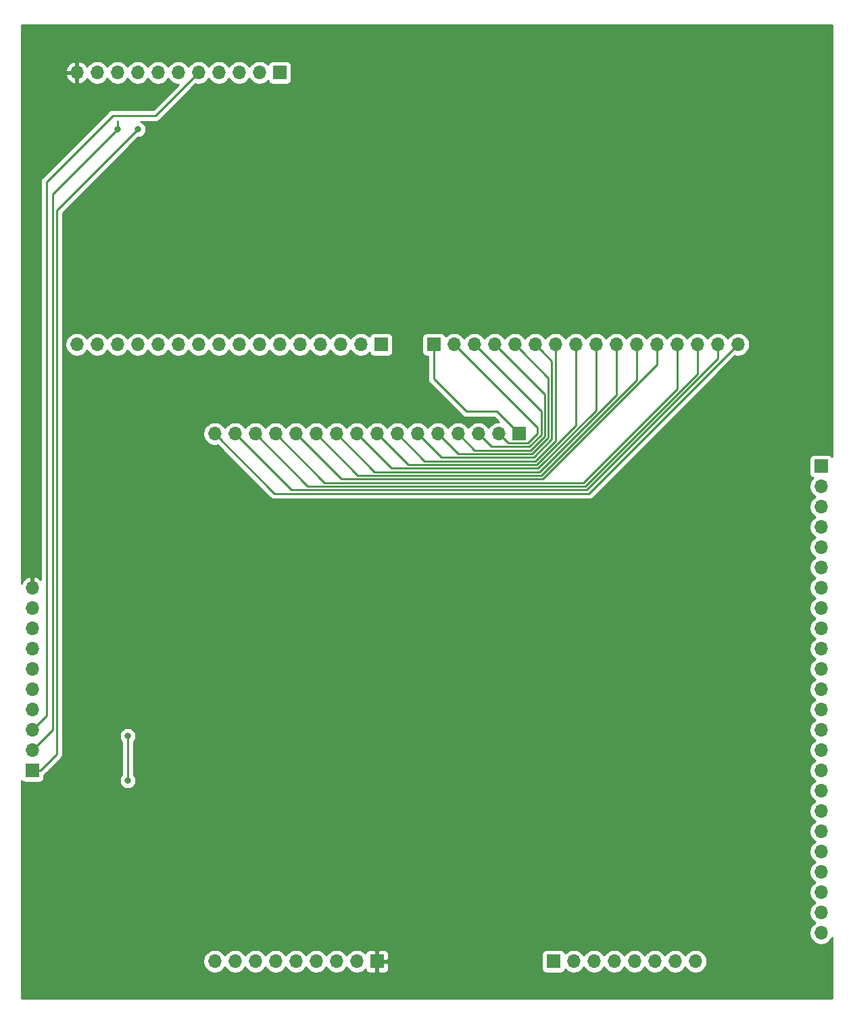
<source format=gbr>
%TF.GenerationSoftware,KiCad,Pcbnew,(5.1.10-1-10_14)*%
%TF.CreationDate,2021-11-08T20:31:17-05:00*%
%TF.ProjectId,RAM-backplane,52414d2d-6261-4636-9b70-6c616e652e6b,rev?*%
%TF.SameCoordinates,Original*%
%TF.FileFunction,Copper,L2,Bot*%
%TF.FilePolarity,Positive*%
%FSLAX46Y46*%
G04 Gerber Fmt 4.6, Leading zero omitted, Abs format (unit mm)*
G04 Created by KiCad (PCBNEW (5.1.10-1-10_14)) date 2021-11-08 20:31:17*
%MOMM*%
%LPD*%
G01*
G04 APERTURE LIST*
%TA.AperFunction,ComponentPad*%
%ADD10O,1.700000X1.700000*%
%TD*%
%TA.AperFunction,ComponentPad*%
%ADD11R,1.700000X1.700000*%
%TD*%
%TA.AperFunction,ViaPad*%
%ADD12C,0.800000*%
%TD*%
%TA.AperFunction,Conductor*%
%ADD13C,0.250000*%
%TD*%
%TA.AperFunction,Conductor*%
%ADD14C,0.254000*%
%TD*%
%TA.AperFunction,Conductor*%
%ADD15C,0.100000*%
%TD*%
G04 APERTURE END LIST*
D10*
%TO.P,J7,10*%
%TO.N,VCC*%
X101346000Y-64770000D03*
%TO.P,J7,9*%
%TO.N,~ADDR_OUT*%
X101346000Y-67310000D03*
%TO.P,J7,8*%
%TO.N,~WE*%
X101346000Y-69850000D03*
%TO.P,J7,7*%
%TO.N,~OE*%
X101346000Y-72390000D03*
%TO.P,J7,6*%
%TO.N,~CS*%
X101346000Y-74930000D03*
%TO.P,J7,5*%
%TO.N,~DS*%
X101346000Y-77470000D03*
%TO.P,J7,4*%
%TO.N,MODE*%
X101346000Y-80010000D03*
%TO.P,J7,3*%
%TO.N,~MAR_IN*%
X101346000Y-82550000D03*
%TO.P,J7,2*%
%TO.N,CLOCK*%
X101346000Y-85090000D03*
D11*
%TO.P,J7,1*%
%TO.N,RESET*%
X101346000Y-87630000D03*
%TD*%
D10*
%TO.P,J4,24*%
%TO.N,Net-(J4-Pad24)*%
X200152000Y-107950000D03*
%TO.P,J4,23*%
%TO.N,Net-(J4-Pad23)*%
X200152000Y-105410000D03*
%TO.P,J4,22*%
%TO.N,Net-(J4-Pad22)*%
X200152000Y-102870000D03*
%TO.P,J4,21*%
%TO.N,Net-(J4-Pad21)*%
X200152000Y-100330000D03*
%TO.P,J4,20*%
%TO.N,Net-(J4-Pad20)*%
X200152000Y-97790000D03*
%TO.P,J4,19*%
%TO.N,Net-(J4-Pad19)*%
X200152000Y-95250000D03*
%TO.P,J4,18*%
%TO.N,Net-(J4-Pad18)*%
X200152000Y-92710000D03*
%TO.P,J4,17*%
%TO.N,Net-(J4-Pad17)*%
X200152000Y-90170000D03*
%TO.P,J4,16*%
%TO.N,Net-(J3-Pad16)*%
X200152000Y-87630000D03*
%TO.P,J4,15*%
%TO.N,Net-(J3-Pad15)*%
X200152000Y-85090000D03*
%TO.P,J4,14*%
%TO.N,Net-(J3-Pad14)*%
X200152000Y-82550000D03*
%TO.P,J4,13*%
%TO.N,Net-(J3-Pad13)*%
X200152000Y-80010000D03*
%TO.P,J4,12*%
%TO.N,Net-(J3-Pad12)*%
X200152000Y-77470000D03*
%TO.P,J4,11*%
%TO.N,Net-(J3-Pad11)*%
X200152000Y-74930000D03*
%TO.P,J4,10*%
%TO.N,Net-(J3-Pad10)*%
X200152000Y-72390000D03*
%TO.P,J4,9*%
%TO.N,Net-(J3-Pad9)*%
X200152000Y-69850000D03*
%TO.P,J4,8*%
%TO.N,Net-(J3-Pad8)*%
X200152000Y-67310000D03*
%TO.P,J4,7*%
%TO.N,Net-(J3-Pad7)*%
X200152000Y-64770000D03*
%TO.P,J4,6*%
%TO.N,Net-(J3-Pad6)*%
X200152000Y-62230000D03*
%TO.P,J4,5*%
%TO.N,Net-(J3-Pad5)*%
X200152000Y-59690000D03*
%TO.P,J4,4*%
%TO.N,Net-(J3-Pad4)*%
X200152000Y-57150000D03*
%TO.P,J4,3*%
%TO.N,Net-(J3-Pad3)*%
X200152000Y-54610000D03*
%TO.P,J4,2*%
%TO.N,Net-(J3-Pad2)*%
X200152000Y-52070000D03*
D11*
%TO.P,J4,1*%
%TO.N,Net-(J3-Pad1)*%
X200152000Y-49530000D03*
%TD*%
D10*
%TO.P,J8,9*%
%TO.N,RESET*%
X124206000Y-111506000D03*
%TO.P,J8,8*%
%TO.N,MODE*%
X126746000Y-111506000D03*
%TO.P,J8,7*%
%TO.N,CLOCK*%
X129286000Y-111506000D03*
%TO.P,J8,6*%
%TO.N,~DS*%
X131826000Y-111506000D03*
%TO.P,J8,5*%
%TO.N,~CS*%
X134366000Y-111506000D03*
%TO.P,J8,4*%
%TO.N,~OE*%
X136906000Y-111506000D03*
%TO.P,J8,3*%
%TO.N,~WE*%
X139446000Y-111506000D03*
%TO.P,J8,2*%
%TO.N,~ADDR_OUT*%
X141986000Y-111506000D03*
D11*
%TO.P,J8,1*%
%TO.N,VCC*%
X144526000Y-111506000D03*
%TD*%
D10*
%TO.P,J5,11*%
%TO.N,VCC*%
X106934000Y-254000D03*
%TO.P,J5,10*%
%TO.N,~ADDR_OUT*%
X109474000Y-254000D03*
%TO.P,J5,9*%
%TO.N,CLOCK*%
X112014000Y-254000D03*
%TO.P,J5,8*%
%TO.N,RESET*%
X114554000Y-254000D03*
%TO.P,J5,7*%
%TO.N,DEC*%
X117094000Y-254000D03*
%TO.P,J5,6*%
%TO.N,INC*%
X119634000Y-254000D03*
%TO.P,J5,5*%
%TO.N,~MAR_IN*%
X122174000Y-254000D03*
%TO.P,J5,4*%
%TO.N,~BUS_OUT*%
X124714000Y-254000D03*
%TO.P,J5,3*%
%TO.N,~ADDR_OUT*%
X127254000Y-254000D03*
%TO.P,J5,2*%
%TO.N,Net-(J5-Pad2)*%
X129794000Y-254000D03*
D11*
%TO.P,J5,1*%
%TO.N,Net-(J5-Pad1)*%
X132334000Y-254000D03*
%TD*%
%TO.P,J3,1*%
%TO.N,Net-(J3-Pad1)*%
X145034000Y-34290000D03*
D10*
%TO.P,J3,2*%
%TO.N,Net-(J3-Pad2)*%
X142494000Y-34290000D03*
%TO.P,J3,3*%
%TO.N,Net-(J3-Pad3)*%
X139954000Y-34290000D03*
%TO.P,J3,4*%
%TO.N,Net-(J3-Pad4)*%
X137414000Y-34290000D03*
%TO.P,J3,5*%
%TO.N,Net-(J3-Pad5)*%
X134874000Y-34290000D03*
%TO.P,J3,6*%
%TO.N,Net-(J3-Pad6)*%
X132334000Y-34290000D03*
%TO.P,J3,7*%
%TO.N,Net-(J3-Pad7)*%
X129794000Y-34290000D03*
%TO.P,J3,8*%
%TO.N,Net-(J3-Pad8)*%
X127254000Y-34290000D03*
%TO.P,J3,9*%
%TO.N,Net-(J3-Pad9)*%
X124714000Y-34290000D03*
%TO.P,J3,10*%
%TO.N,Net-(J3-Pad10)*%
X122174000Y-34290000D03*
%TO.P,J3,11*%
%TO.N,Net-(J3-Pad11)*%
X119634000Y-34290000D03*
%TO.P,J3,12*%
%TO.N,Net-(J3-Pad12)*%
X117094000Y-34290000D03*
%TO.P,J3,13*%
%TO.N,Net-(J3-Pad13)*%
X114554000Y-34290000D03*
%TO.P,J3,14*%
%TO.N,Net-(J3-Pad14)*%
X112014000Y-34290000D03*
%TO.P,J3,15*%
%TO.N,Net-(J3-Pad15)*%
X109474000Y-34290000D03*
%TO.P,J3,16*%
%TO.N,Net-(J3-Pad16)*%
X106934000Y-34290000D03*
%TD*%
%TO.P,J6,8*%
%TO.N,Net-(J4-Pad24)*%
X184404000Y-111506000D03*
%TO.P,J6,7*%
%TO.N,Net-(J4-Pad23)*%
X181864000Y-111506000D03*
%TO.P,J6,6*%
%TO.N,Net-(J4-Pad22)*%
X179324000Y-111506000D03*
%TO.P,J6,5*%
%TO.N,Net-(J4-Pad21)*%
X176784000Y-111506000D03*
%TO.P,J6,4*%
%TO.N,Net-(J4-Pad20)*%
X174244000Y-111506000D03*
%TO.P,J6,3*%
%TO.N,Net-(J4-Pad19)*%
X171704000Y-111506000D03*
%TO.P,J6,2*%
%TO.N,Net-(J4-Pad18)*%
X169164000Y-111506000D03*
D11*
%TO.P,J6,1*%
%TO.N,Net-(J4-Pad17)*%
X166624000Y-111506000D03*
%TD*%
D10*
%TO.P,J2,16*%
%TO.N,Net-(J1-Pad16)*%
X124206000Y-45466000D03*
%TO.P,J2,15*%
%TO.N,Net-(J1-Pad15)*%
X126746000Y-45466000D03*
%TO.P,J2,14*%
%TO.N,Net-(J1-Pad14)*%
X129286000Y-45466000D03*
%TO.P,J2,13*%
%TO.N,Net-(J1-Pad13)*%
X131826000Y-45466000D03*
%TO.P,J2,12*%
%TO.N,Net-(J1-Pad12)*%
X134366000Y-45466000D03*
%TO.P,J2,11*%
%TO.N,Net-(J1-Pad11)*%
X136906000Y-45466000D03*
%TO.P,J2,10*%
%TO.N,Net-(J1-Pad10)*%
X139446000Y-45466000D03*
%TO.P,J2,9*%
%TO.N,Net-(J1-Pad9)*%
X141986000Y-45466000D03*
%TO.P,J2,8*%
%TO.N,Net-(J1-Pad8)*%
X144526000Y-45466000D03*
%TO.P,J2,7*%
%TO.N,Net-(J1-Pad7)*%
X147066000Y-45466000D03*
%TO.P,J2,6*%
%TO.N,Net-(J1-Pad6)*%
X149606000Y-45466000D03*
%TO.P,J2,5*%
%TO.N,Net-(J1-Pad5)*%
X152146000Y-45466000D03*
%TO.P,J2,4*%
%TO.N,Net-(J1-Pad4)*%
X154686000Y-45466000D03*
%TO.P,J2,3*%
%TO.N,Net-(J1-Pad3)*%
X157226000Y-45466000D03*
%TO.P,J2,2*%
%TO.N,Net-(J1-Pad2)*%
X159766000Y-45466000D03*
D11*
%TO.P,J2,1*%
%TO.N,Net-(J1-Pad1)*%
X162306000Y-45466000D03*
%TD*%
D10*
%TO.P,J1,16*%
%TO.N,Net-(J1-Pad16)*%
X189738000Y-34290000D03*
%TO.P,J1,15*%
%TO.N,Net-(J1-Pad15)*%
X187198000Y-34290000D03*
%TO.P,J1,14*%
%TO.N,Net-(J1-Pad14)*%
X184658000Y-34290000D03*
%TO.P,J1,13*%
%TO.N,Net-(J1-Pad13)*%
X182118000Y-34290000D03*
%TO.P,J1,12*%
%TO.N,Net-(J1-Pad12)*%
X179578000Y-34290000D03*
%TO.P,J1,11*%
%TO.N,Net-(J1-Pad11)*%
X177038000Y-34290000D03*
%TO.P,J1,10*%
%TO.N,Net-(J1-Pad10)*%
X174498000Y-34290000D03*
%TO.P,J1,9*%
%TO.N,Net-(J1-Pad9)*%
X171958000Y-34290000D03*
%TO.P,J1,8*%
%TO.N,Net-(J1-Pad8)*%
X169418000Y-34290000D03*
%TO.P,J1,7*%
%TO.N,Net-(J1-Pad7)*%
X166878000Y-34290000D03*
%TO.P,J1,6*%
%TO.N,Net-(J1-Pad6)*%
X164338000Y-34290000D03*
%TO.P,J1,5*%
%TO.N,Net-(J1-Pad5)*%
X161798000Y-34290000D03*
%TO.P,J1,4*%
%TO.N,Net-(J1-Pad4)*%
X159258000Y-34290000D03*
%TO.P,J1,3*%
%TO.N,Net-(J1-Pad3)*%
X156718000Y-34290000D03*
%TO.P,J1,2*%
%TO.N,Net-(J1-Pad2)*%
X154178000Y-34290000D03*
D11*
%TO.P,J1,1*%
%TO.N,Net-(J1-Pad1)*%
X151638000Y-34290000D03*
%TD*%
D12*
%TO.N,RESET*%
X114554000Y-7366000D03*
%TO.N,MODE*%
X113284000Y-88900000D03*
X113284000Y-83312000D03*
%TO.N,CLOCK*%
X112014000Y-7366000D03*
%TD*%
D13*
%TO.N,Net-(J1-Pad16)*%
X131681155Y-52941155D02*
X171086845Y-52941155D01*
X171086845Y-52941155D02*
X189738000Y-34290000D01*
X124206000Y-45466000D02*
X131681155Y-52941155D01*
%TO.N,Net-(J1-Pad15)*%
X187198000Y-36070822D02*
X187198000Y-35492081D01*
X133771144Y-52491144D02*
X170777678Y-52491144D01*
X170777678Y-52491144D02*
X187198000Y-36070822D01*
X126746000Y-45466000D02*
X133771144Y-52491144D01*
X187198000Y-35492081D02*
X187198000Y-34290000D01*
%TO.N,Net-(J1-Pad14)*%
X129286000Y-45466000D02*
X135861131Y-52041131D01*
X135861131Y-52041131D02*
X170591280Y-52041131D01*
X170591280Y-52041131D02*
X184658000Y-37974411D01*
X184658000Y-37974411D02*
X184658000Y-34290000D01*
%TO.N,Net-(J1-Pad13)*%
X131826000Y-45466000D02*
X137951121Y-51591120D01*
X182118000Y-39878000D02*
X182118000Y-34290000D01*
X137951121Y-51591120D02*
X170404880Y-51591120D01*
X170404880Y-51591120D02*
X182118000Y-39878000D01*
%TO.N,Net-(J1-Pad12)*%
X179578000Y-36843110D02*
X179578000Y-34290000D01*
X140041110Y-51141109D02*
X165280003Y-51141107D01*
X134366000Y-45466000D02*
X140041110Y-51141109D01*
X165280003Y-51141107D02*
X179578000Y-36843110D01*
%TO.N,Net-(J1-Pad11)*%
X177038000Y-35492081D02*
X177038000Y-34290000D01*
X165080492Y-50691098D02*
X177038000Y-38733590D01*
X136906000Y-45466000D02*
X142131098Y-50691099D01*
X177038000Y-38733590D02*
X177038000Y-35492081D01*
X142131098Y-50691099D02*
X165080492Y-50691098D01*
%TO.N,Net-(J1-Pad10)*%
X139446000Y-45466000D02*
X144221088Y-50241089D01*
X164894091Y-50241089D02*
X174498000Y-40637180D01*
X174498000Y-40637180D02*
X174498000Y-34290000D01*
X144221088Y-50241089D02*
X164894091Y-50241089D01*
%TO.N,Net-(J1-Pad9)*%
X146311078Y-49791078D02*
X164707692Y-49791078D01*
X141986000Y-45466000D02*
X146311078Y-49791078D01*
X164707692Y-49791078D02*
X171958000Y-42540770D01*
X171958000Y-42540770D02*
X171958000Y-34290000D01*
%TO.N,Net-(J1-Pad8)*%
X148401067Y-49341067D02*
X164521293Y-49341067D01*
X164521293Y-49341067D02*
X169418000Y-44444360D01*
X169418000Y-44444360D02*
X169418000Y-34290000D01*
X144526000Y-45466000D02*
X148401067Y-49341067D01*
%TO.N,Net-(J1-Pad7)*%
X147066000Y-45466000D02*
X150491056Y-48891056D01*
X150491056Y-48891056D02*
X164334894Y-48891056D01*
X164334894Y-48891056D02*
X166878000Y-46347950D01*
X166878000Y-46347950D02*
X166878000Y-34290000D01*
%TO.N,Net-(J1-Pad6)*%
X166427989Y-36379989D02*
X165187999Y-35139999D01*
X149606000Y-45466000D02*
X152581045Y-48441045D01*
X166427989Y-46161551D02*
X166427989Y-36379989D01*
X152581045Y-48441045D02*
X164148495Y-48441045D01*
X165187999Y-35139999D02*
X164338000Y-34290000D01*
X164148495Y-48441045D02*
X166427989Y-46161551D01*
%TO.N,Net-(J1-Pad5)*%
X165977978Y-38469978D02*
X162647999Y-35139999D01*
X154671034Y-47991034D02*
X163962096Y-47991034D01*
X163962096Y-47991034D02*
X165977978Y-45975152D01*
X162647999Y-35139999D02*
X161798000Y-34290000D01*
X165977978Y-45975152D02*
X165977978Y-38469978D01*
X152146000Y-45466000D02*
X154671034Y-47991034D01*
%TO.N,Net-(J1-Pad4)*%
X156761023Y-47541023D02*
X154686000Y-45466000D01*
X159258000Y-34290000D02*
X165527967Y-40559967D01*
X163775697Y-47541023D02*
X156761023Y-47541023D01*
X165527967Y-45788753D02*
X163775697Y-47541023D01*
X165527967Y-40559967D02*
X165527967Y-45788753D01*
%TO.N,Net-(J1-Pad3)*%
X158851012Y-47091012D02*
X157226000Y-45466000D01*
X165077956Y-42649956D02*
X165077956Y-45602354D01*
X165077956Y-45602354D02*
X163589298Y-47091012D01*
X163589298Y-47091012D02*
X158851012Y-47091012D01*
X156718000Y-34290000D02*
X165077956Y-42649956D01*
%TO.N,Net-(J1-Pad2)*%
X164592000Y-45451900D02*
X163402899Y-46641001D01*
X163402899Y-46641001D02*
X160941001Y-46641001D01*
X164592000Y-44704000D02*
X164592000Y-45451900D01*
X154178000Y-34290000D02*
X164592000Y-44704000D01*
X160941001Y-46641001D02*
X159766000Y-45466000D01*
%TO.N,Net-(J1-Pad1)*%
X151638000Y-34290000D02*
X151638000Y-38608000D01*
X151638000Y-38608000D02*
X155702000Y-42672000D01*
X159512000Y-42672000D02*
X162306000Y-45466000D01*
X155702000Y-42672000D02*
X159512000Y-42672000D01*
%TO.N,RESET*%
X101346000Y-87630000D02*
X102362000Y-87630000D01*
X102362000Y-87630000D02*
X104394000Y-85598000D01*
X104394000Y-85598000D02*
X104394000Y-17526000D01*
X104394000Y-17526000D02*
X114554000Y-7366000D01*
%TO.N,MODE*%
X113284000Y-88900000D02*
X113284000Y-83312000D01*
%TO.N,CLOCK*%
X103886000Y-82550000D02*
X103886000Y-15494000D01*
X112014000Y-6350000D02*
X112014000Y-7366000D01*
X101346000Y-85090000D02*
X103886000Y-82550000D01*
X103886000Y-15494000D02*
X112014000Y-7366000D01*
%TO.N,~MAR_IN*%
X111411999Y-5624999D02*
X116803001Y-5624999D01*
X103124000Y-13912998D02*
X111411999Y-5624999D01*
X121324001Y-1103999D02*
X122174000Y-254000D01*
X116803001Y-5624999D02*
X121324001Y-1103999D01*
X103124000Y-80772000D02*
X103124000Y-13912998D01*
X101346000Y-82550000D02*
X103124000Y-80772000D01*
%TD*%
D14*
%TO.N,VCC*%
X201524001Y-48315104D02*
X201453185Y-48228815D01*
X201356494Y-48149463D01*
X201246180Y-48090498D01*
X201126482Y-48054188D01*
X201002000Y-48041928D01*
X199302000Y-48041928D01*
X199177518Y-48054188D01*
X199057820Y-48090498D01*
X198947506Y-48149463D01*
X198850815Y-48228815D01*
X198771463Y-48325506D01*
X198712498Y-48435820D01*
X198676188Y-48555518D01*
X198663928Y-48680000D01*
X198663928Y-50380000D01*
X198676188Y-50504482D01*
X198712498Y-50624180D01*
X198771463Y-50734494D01*
X198850815Y-50831185D01*
X198947506Y-50910537D01*
X199057820Y-50969502D01*
X199130380Y-50991513D01*
X198998525Y-51123368D01*
X198836010Y-51366589D01*
X198724068Y-51636842D01*
X198667000Y-51923740D01*
X198667000Y-52216260D01*
X198724068Y-52503158D01*
X198836010Y-52773411D01*
X198998525Y-53016632D01*
X199205368Y-53223475D01*
X199379760Y-53340000D01*
X199205368Y-53456525D01*
X198998525Y-53663368D01*
X198836010Y-53906589D01*
X198724068Y-54176842D01*
X198667000Y-54463740D01*
X198667000Y-54756260D01*
X198724068Y-55043158D01*
X198836010Y-55313411D01*
X198998525Y-55556632D01*
X199205368Y-55763475D01*
X199379760Y-55880000D01*
X199205368Y-55996525D01*
X198998525Y-56203368D01*
X198836010Y-56446589D01*
X198724068Y-56716842D01*
X198667000Y-57003740D01*
X198667000Y-57296260D01*
X198724068Y-57583158D01*
X198836010Y-57853411D01*
X198998525Y-58096632D01*
X199205368Y-58303475D01*
X199379760Y-58420000D01*
X199205368Y-58536525D01*
X198998525Y-58743368D01*
X198836010Y-58986589D01*
X198724068Y-59256842D01*
X198667000Y-59543740D01*
X198667000Y-59836260D01*
X198724068Y-60123158D01*
X198836010Y-60393411D01*
X198998525Y-60636632D01*
X199205368Y-60843475D01*
X199379760Y-60960000D01*
X199205368Y-61076525D01*
X198998525Y-61283368D01*
X198836010Y-61526589D01*
X198724068Y-61796842D01*
X198667000Y-62083740D01*
X198667000Y-62376260D01*
X198724068Y-62663158D01*
X198836010Y-62933411D01*
X198998525Y-63176632D01*
X199205368Y-63383475D01*
X199379760Y-63500000D01*
X199205368Y-63616525D01*
X198998525Y-63823368D01*
X198836010Y-64066589D01*
X198724068Y-64336842D01*
X198667000Y-64623740D01*
X198667000Y-64916260D01*
X198724068Y-65203158D01*
X198836010Y-65473411D01*
X198998525Y-65716632D01*
X199205368Y-65923475D01*
X199379760Y-66040000D01*
X199205368Y-66156525D01*
X198998525Y-66363368D01*
X198836010Y-66606589D01*
X198724068Y-66876842D01*
X198667000Y-67163740D01*
X198667000Y-67456260D01*
X198724068Y-67743158D01*
X198836010Y-68013411D01*
X198998525Y-68256632D01*
X199205368Y-68463475D01*
X199379760Y-68580000D01*
X199205368Y-68696525D01*
X198998525Y-68903368D01*
X198836010Y-69146589D01*
X198724068Y-69416842D01*
X198667000Y-69703740D01*
X198667000Y-69996260D01*
X198724068Y-70283158D01*
X198836010Y-70553411D01*
X198998525Y-70796632D01*
X199205368Y-71003475D01*
X199379760Y-71120000D01*
X199205368Y-71236525D01*
X198998525Y-71443368D01*
X198836010Y-71686589D01*
X198724068Y-71956842D01*
X198667000Y-72243740D01*
X198667000Y-72536260D01*
X198724068Y-72823158D01*
X198836010Y-73093411D01*
X198998525Y-73336632D01*
X199205368Y-73543475D01*
X199379760Y-73660000D01*
X199205368Y-73776525D01*
X198998525Y-73983368D01*
X198836010Y-74226589D01*
X198724068Y-74496842D01*
X198667000Y-74783740D01*
X198667000Y-75076260D01*
X198724068Y-75363158D01*
X198836010Y-75633411D01*
X198998525Y-75876632D01*
X199205368Y-76083475D01*
X199379760Y-76200000D01*
X199205368Y-76316525D01*
X198998525Y-76523368D01*
X198836010Y-76766589D01*
X198724068Y-77036842D01*
X198667000Y-77323740D01*
X198667000Y-77616260D01*
X198724068Y-77903158D01*
X198836010Y-78173411D01*
X198998525Y-78416632D01*
X199205368Y-78623475D01*
X199379760Y-78740000D01*
X199205368Y-78856525D01*
X198998525Y-79063368D01*
X198836010Y-79306589D01*
X198724068Y-79576842D01*
X198667000Y-79863740D01*
X198667000Y-80156260D01*
X198724068Y-80443158D01*
X198836010Y-80713411D01*
X198998525Y-80956632D01*
X199205368Y-81163475D01*
X199379760Y-81280000D01*
X199205368Y-81396525D01*
X198998525Y-81603368D01*
X198836010Y-81846589D01*
X198724068Y-82116842D01*
X198667000Y-82403740D01*
X198667000Y-82696260D01*
X198724068Y-82983158D01*
X198836010Y-83253411D01*
X198998525Y-83496632D01*
X199205368Y-83703475D01*
X199379760Y-83820000D01*
X199205368Y-83936525D01*
X198998525Y-84143368D01*
X198836010Y-84386589D01*
X198724068Y-84656842D01*
X198667000Y-84943740D01*
X198667000Y-85236260D01*
X198724068Y-85523158D01*
X198836010Y-85793411D01*
X198998525Y-86036632D01*
X199205368Y-86243475D01*
X199379760Y-86360000D01*
X199205368Y-86476525D01*
X198998525Y-86683368D01*
X198836010Y-86926589D01*
X198724068Y-87196842D01*
X198667000Y-87483740D01*
X198667000Y-87776260D01*
X198724068Y-88063158D01*
X198836010Y-88333411D01*
X198998525Y-88576632D01*
X199205368Y-88783475D01*
X199379760Y-88900000D01*
X199205368Y-89016525D01*
X198998525Y-89223368D01*
X198836010Y-89466589D01*
X198724068Y-89736842D01*
X198667000Y-90023740D01*
X198667000Y-90316260D01*
X198724068Y-90603158D01*
X198836010Y-90873411D01*
X198998525Y-91116632D01*
X199205368Y-91323475D01*
X199379760Y-91440000D01*
X199205368Y-91556525D01*
X198998525Y-91763368D01*
X198836010Y-92006589D01*
X198724068Y-92276842D01*
X198667000Y-92563740D01*
X198667000Y-92856260D01*
X198724068Y-93143158D01*
X198836010Y-93413411D01*
X198998525Y-93656632D01*
X199205368Y-93863475D01*
X199379760Y-93980000D01*
X199205368Y-94096525D01*
X198998525Y-94303368D01*
X198836010Y-94546589D01*
X198724068Y-94816842D01*
X198667000Y-95103740D01*
X198667000Y-95396260D01*
X198724068Y-95683158D01*
X198836010Y-95953411D01*
X198998525Y-96196632D01*
X199205368Y-96403475D01*
X199379760Y-96520000D01*
X199205368Y-96636525D01*
X198998525Y-96843368D01*
X198836010Y-97086589D01*
X198724068Y-97356842D01*
X198667000Y-97643740D01*
X198667000Y-97936260D01*
X198724068Y-98223158D01*
X198836010Y-98493411D01*
X198998525Y-98736632D01*
X199205368Y-98943475D01*
X199379760Y-99060000D01*
X199205368Y-99176525D01*
X198998525Y-99383368D01*
X198836010Y-99626589D01*
X198724068Y-99896842D01*
X198667000Y-100183740D01*
X198667000Y-100476260D01*
X198724068Y-100763158D01*
X198836010Y-101033411D01*
X198998525Y-101276632D01*
X199205368Y-101483475D01*
X199379760Y-101600000D01*
X199205368Y-101716525D01*
X198998525Y-101923368D01*
X198836010Y-102166589D01*
X198724068Y-102436842D01*
X198667000Y-102723740D01*
X198667000Y-103016260D01*
X198724068Y-103303158D01*
X198836010Y-103573411D01*
X198998525Y-103816632D01*
X199205368Y-104023475D01*
X199379760Y-104140000D01*
X199205368Y-104256525D01*
X198998525Y-104463368D01*
X198836010Y-104706589D01*
X198724068Y-104976842D01*
X198667000Y-105263740D01*
X198667000Y-105556260D01*
X198724068Y-105843158D01*
X198836010Y-106113411D01*
X198998525Y-106356632D01*
X199205368Y-106563475D01*
X199379760Y-106680000D01*
X199205368Y-106796525D01*
X198998525Y-107003368D01*
X198836010Y-107246589D01*
X198724068Y-107516842D01*
X198667000Y-107803740D01*
X198667000Y-108096260D01*
X198724068Y-108383158D01*
X198836010Y-108653411D01*
X198998525Y-108896632D01*
X199205368Y-109103475D01*
X199448589Y-109265990D01*
X199718842Y-109377932D01*
X200005740Y-109435000D01*
X200298260Y-109435000D01*
X200585158Y-109377932D01*
X200855411Y-109265990D01*
X201098632Y-109103475D01*
X201305475Y-108896632D01*
X201467990Y-108653411D01*
X201524000Y-108518190D01*
X201524000Y-116180000D01*
X99974000Y-116180000D01*
X99974000Y-111359740D01*
X122721000Y-111359740D01*
X122721000Y-111652260D01*
X122778068Y-111939158D01*
X122890010Y-112209411D01*
X123052525Y-112452632D01*
X123259368Y-112659475D01*
X123502589Y-112821990D01*
X123772842Y-112933932D01*
X124059740Y-112991000D01*
X124352260Y-112991000D01*
X124639158Y-112933932D01*
X124909411Y-112821990D01*
X125152632Y-112659475D01*
X125359475Y-112452632D01*
X125476000Y-112278240D01*
X125592525Y-112452632D01*
X125799368Y-112659475D01*
X126042589Y-112821990D01*
X126312842Y-112933932D01*
X126599740Y-112991000D01*
X126892260Y-112991000D01*
X127179158Y-112933932D01*
X127449411Y-112821990D01*
X127692632Y-112659475D01*
X127899475Y-112452632D01*
X128016000Y-112278240D01*
X128132525Y-112452632D01*
X128339368Y-112659475D01*
X128582589Y-112821990D01*
X128852842Y-112933932D01*
X129139740Y-112991000D01*
X129432260Y-112991000D01*
X129719158Y-112933932D01*
X129989411Y-112821990D01*
X130232632Y-112659475D01*
X130439475Y-112452632D01*
X130556000Y-112278240D01*
X130672525Y-112452632D01*
X130879368Y-112659475D01*
X131122589Y-112821990D01*
X131392842Y-112933932D01*
X131679740Y-112991000D01*
X131972260Y-112991000D01*
X132259158Y-112933932D01*
X132529411Y-112821990D01*
X132772632Y-112659475D01*
X132979475Y-112452632D01*
X133096000Y-112278240D01*
X133212525Y-112452632D01*
X133419368Y-112659475D01*
X133662589Y-112821990D01*
X133932842Y-112933932D01*
X134219740Y-112991000D01*
X134512260Y-112991000D01*
X134799158Y-112933932D01*
X135069411Y-112821990D01*
X135312632Y-112659475D01*
X135519475Y-112452632D01*
X135636000Y-112278240D01*
X135752525Y-112452632D01*
X135959368Y-112659475D01*
X136202589Y-112821990D01*
X136472842Y-112933932D01*
X136759740Y-112991000D01*
X137052260Y-112991000D01*
X137339158Y-112933932D01*
X137609411Y-112821990D01*
X137852632Y-112659475D01*
X138059475Y-112452632D01*
X138176000Y-112278240D01*
X138292525Y-112452632D01*
X138499368Y-112659475D01*
X138742589Y-112821990D01*
X139012842Y-112933932D01*
X139299740Y-112991000D01*
X139592260Y-112991000D01*
X139879158Y-112933932D01*
X140149411Y-112821990D01*
X140392632Y-112659475D01*
X140599475Y-112452632D01*
X140716000Y-112278240D01*
X140832525Y-112452632D01*
X141039368Y-112659475D01*
X141282589Y-112821990D01*
X141552842Y-112933932D01*
X141839740Y-112991000D01*
X142132260Y-112991000D01*
X142419158Y-112933932D01*
X142689411Y-112821990D01*
X142932632Y-112659475D01*
X143064487Y-112527620D01*
X143086498Y-112600180D01*
X143145463Y-112710494D01*
X143224815Y-112807185D01*
X143321506Y-112886537D01*
X143431820Y-112945502D01*
X143551518Y-112981812D01*
X143676000Y-112994072D01*
X144240250Y-112991000D01*
X144399000Y-112832250D01*
X144399000Y-111633000D01*
X144653000Y-111633000D01*
X144653000Y-112832250D01*
X144811750Y-112991000D01*
X145376000Y-112994072D01*
X145500482Y-112981812D01*
X145620180Y-112945502D01*
X145730494Y-112886537D01*
X145827185Y-112807185D01*
X145906537Y-112710494D01*
X145965502Y-112600180D01*
X146001812Y-112480482D01*
X146014072Y-112356000D01*
X146011000Y-111791750D01*
X145852250Y-111633000D01*
X144653000Y-111633000D01*
X144399000Y-111633000D01*
X144379000Y-111633000D01*
X144379000Y-111379000D01*
X144399000Y-111379000D01*
X144399000Y-110179750D01*
X144653000Y-110179750D01*
X144653000Y-111379000D01*
X145852250Y-111379000D01*
X146011000Y-111220250D01*
X146014072Y-110656000D01*
X165135928Y-110656000D01*
X165135928Y-112356000D01*
X165148188Y-112480482D01*
X165184498Y-112600180D01*
X165243463Y-112710494D01*
X165322815Y-112807185D01*
X165419506Y-112886537D01*
X165529820Y-112945502D01*
X165649518Y-112981812D01*
X165774000Y-112994072D01*
X167474000Y-112994072D01*
X167598482Y-112981812D01*
X167718180Y-112945502D01*
X167828494Y-112886537D01*
X167925185Y-112807185D01*
X168004537Y-112710494D01*
X168063502Y-112600180D01*
X168085513Y-112527620D01*
X168217368Y-112659475D01*
X168460589Y-112821990D01*
X168730842Y-112933932D01*
X169017740Y-112991000D01*
X169310260Y-112991000D01*
X169597158Y-112933932D01*
X169867411Y-112821990D01*
X170110632Y-112659475D01*
X170317475Y-112452632D01*
X170434000Y-112278240D01*
X170550525Y-112452632D01*
X170757368Y-112659475D01*
X171000589Y-112821990D01*
X171270842Y-112933932D01*
X171557740Y-112991000D01*
X171850260Y-112991000D01*
X172137158Y-112933932D01*
X172407411Y-112821990D01*
X172650632Y-112659475D01*
X172857475Y-112452632D01*
X172974000Y-112278240D01*
X173090525Y-112452632D01*
X173297368Y-112659475D01*
X173540589Y-112821990D01*
X173810842Y-112933932D01*
X174097740Y-112991000D01*
X174390260Y-112991000D01*
X174677158Y-112933932D01*
X174947411Y-112821990D01*
X175190632Y-112659475D01*
X175397475Y-112452632D01*
X175514000Y-112278240D01*
X175630525Y-112452632D01*
X175837368Y-112659475D01*
X176080589Y-112821990D01*
X176350842Y-112933932D01*
X176637740Y-112991000D01*
X176930260Y-112991000D01*
X177217158Y-112933932D01*
X177487411Y-112821990D01*
X177730632Y-112659475D01*
X177937475Y-112452632D01*
X178054000Y-112278240D01*
X178170525Y-112452632D01*
X178377368Y-112659475D01*
X178620589Y-112821990D01*
X178890842Y-112933932D01*
X179177740Y-112991000D01*
X179470260Y-112991000D01*
X179757158Y-112933932D01*
X180027411Y-112821990D01*
X180270632Y-112659475D01*
X180477475Y-112452632D01*
X180594000Y-112278240D01*
X180710525Y-112452632D01*
X180917368Y-112659475D01*
X181160589Y-112821990D01*
X181430842Y-112933932D01*
X181717740Y-112991000D01*
X182010260Y-112991000D01*
X182297158Y-112933932D01*
X182567411Y-112821990D01*
X182810632Y-112659475D01*
X183017475Y-112452632D01*
X183134000Y-112278240D01*
X183250525Y-112452632D01*
X183457368Y-112659475D01*
X183700589Y-112821990D01*
X183970842Y-112933932D01*
X184257740Y-112991000D01*
X184550260Y-112991000D01*
X184837158Y-112933932D01*
X185107411Y-112821990D01*
X185350632Y-112659475D01*
X185557475Y-112452632D01*
X185719990Y-112209411D01*
X185831932Y-111939158D01*
X185889000Y-111652260D01*
X185889000Y-111359740D01*
X185831932Y-111072842D01*
X185719990Y-110802589D01*
X185557475Y-110559368D01*
X185350632Y-110352525D01*
X185107411Y-110190010D01*
X184837158Y-110078068D01*
X184550260Y-110021000D01*
X184257740Y-110021000D01*
X183970842Y-110078068D01*
X183700589Y-110190010D01*
X183457368Y-110352525D01*
X183250525Y-110559368D01*
X183134000Y-110733760D01*
X183017475Y-110559368D01*
X182810632Y-110352525D01*
X182567411Y-110190010D01*
X182297158Y-110078068D01*
X182010260Y-110021000D01*
X181717740Y-110021000D01*
X181430842Y-110078068D01*
X181160589Y-110190010D01*
X180917368Y-110352525D01*
X180710525Y-110559368D01*
X180594000Y-110733760D01*
X180477475Y-110559368D01*
X180270632Y-110352525D01*
X180027411Y-110190010D01*
X179757158Y-110078068D01*
X179470260Y-110021000D01*
X179177740Y-110021000D01*
X178890842Y-110078068D01*
X178620589Y-110190010D01*
X178377368Y-110352525D01*
X178170525Y-110559368D01*
X178054000Y-110733760D01*
X177937475Y-110559368D01*
X177730632Y-110352525D01*
X177487411Y-110190010D01*
X177217158Y-110078068D01*
X176930260Y-110021000D01*
X176637740Y-110021000D01*
X176350842Y-110078068D01*
X176080589Y-110190010D01*
X175837368Y-110352525D01*
X175630525Y-110559368D01*
X175514000Y-110733760D01*
X175397475Y-110559368D01*
X175190632Y-110352525D01*
X174947411Y-110190010D01*
X174677158Y-110078068D01*
X174390260Y-110021000D01*
X174097740Y-110021000D01*
X173810842Y-110078068D01*
X173540589Y-110190010D01*
X173297368Y-110352525D01*
X173090525Y-110559368D01*
X172974000Y-110733760D01*
X172857475Y-110559368D01*
X172650632Y-110352525D01*
X172407411Y-110190010D01*
X172137158Y-110078068D01*
X171850260Y-110021000D01*
X171557740Y-110021000D01*
X171270842Y-110078068D01*
X171000589Y-110190010D01*
X170757368Y-110352525D01*
X170550525Y-110559368D01*
X170434000Y-110733760D01*
X170317475Y-110559368D01*
X170110632Y-110352525D01*
X169867411Y-110190010D01*
X169597158Y-110078068D01*
X169310260Y-110021000D01*
X169017740Y-110021000D01*
X168730842Y-110078068D01*
X168460589Y-110190010D01*
X168217368Y-110352525D01*
X168085513Y-110484380D01*
X168063502Y-110411820D01*
X168004537Y-110301506D01*
X167925185Y-110204815D01*
X167828494Y-110125463D01*
X167718180Y-110066498D01*
X167598482Y-110030188D01*
X167474000Y-110017928D01*
X165774000Y-110017928D01*
X165649518Y-110030188D01*
X165529820Y-110066498D01*
X165419506Y-110125463D01*
X165322815Y-110204815D01*
X165243463Y-110301506D01*
X165184498Y-110411820D01*
X165148188Y-110531518D01*
X165135928Y-110656000D01*
X146014072Y-110656000D01*
X146001812Y-110531518D01*
X145965502Y-110411820D01*
X145906537Y-110301506D01*
X145827185Y-110204815D01*
X145730494Y-110125463D01*
X145620180Y-110066498D01*
X145500482Y-110030188D01*
X145376000Y-110017928D01*
X144811750Y-110021000D01*
X144653000Y-110179750D01*
X144399000Y-110179750D01*
X144240250Y-110021000D01*
X143676000Y-110017928D01*
X143551518Y-110030188D01*
X143431820Y-110066498D01*
X143321506Y-110125463D01*
X143224815Y-110204815D01*
X143145463Y-110301506D01*
X143086498Y-110411820D01*
X143064487Y-110484380D01*
X142932632Y-110352525D01*
X142689411Y-110190010D01*
X142419158Y-110078068D01*
X142132260Y-110021000D01*
X141839740Y-110021000D01*
X141552842Y-110078068D01*
X141282589Y-110190010D01*
X141039368Y-110352525D01*
X140832525Y-110559368D01*
X140716000Y-110733760D01*
X140599475Y-110559368D01*
X140392632Y-110352525D01*
X140149411Y-110190010D01*
X139879158Y-110078068D01*
X139592260Y-110021000D01*
X139299740Y-110021000D01*
X139012842Y-110078068D01*
X138742589Y-110190010D01*
X138499368Y-110352525D01*
X138292525Y-110559368D01*
X138176000Y-110733760D01*
X138059475Y-110559368D01*
X137852632Y-110352525D01*
X137609411Y-110190010D01*
X137339158Y-110078068D01*
X137052260Y-110021000D01*
X136759740Y-110021000D01*
X136472842Y-110078068D01*
X136202589Y-110190010D01*
X135959368Y-110352525D01*
X135752525Y-110559368D01*
X135636000Y-110733760D01*
X135519475Y-110559368D01*
X135312632Y-110352525D01*
X135069411Y-110190010D01*
X134799158Y-110078068D01*
X134512260Y-110021000D01*
X134219740Y-110021000D01*
X133932842Y-110078068D01*
X133662589Y-110190010D01*
X133419368Y-110352525D01*
X133212525Y-110559368D01*
X133096000Y-110733760D01*
X132979475Y-110559368D01*
X132772632Y-110352525D01*
X132529411Y-110190010D01*
X132259158Y-110078068D01*
X131972260Y-110021000D01*
X131679740Y-110021000D01*
X131392842Y-110078068D01*
X131122589Y-110190010D01*
X130879368Y-110352525D01*
X130672525Y-110559368D01*
X130556000Y-110733760D01*
X130439475Y-110559368D01*
X130232632Y-110352525D01*
X129989411Y-110190010D01*
X129719158Y-110078068D01*
X129432260Y-110021000D01*
X129139740Y-110021000D01*
X128852842Y-110078068D01*
X128582589Y-110190010D01*
X128339368Y-110352525D01*
X128132525Y-110559368D01*
X128016000Y-110733760D01*
X127899475Y-110559368D01*
X127692632Y-110352525D01*
X127449411Y-110190010D01*
X127179158Y-110078068D01*
X126892260Y-110021000D01*
X126599740Y-110021000D01*
X126312842Y-110078068D01*
X126042589Y-110190010D01*
X125799368Y-110352525D01*
X125592525Y-110559368D01*
X125476000Y-110733760D01*
X125359475Y-110559368D01*
X125152632Y-110352525D01*
X124909411Y-110190010D01*
X124639158Y-110078068D01*
X124352260Y-110021000D01*
X124059740Y-110021000D01*
X123772842Y-110078068D01*
X123502589Y-110190010D01*
X123259368Y-110352525D01*
X123052525Y-110559368D01*
X122890010Y-110802589D01*
X122778068Y-111072842D01*
X122721000Y-111359740D01*
X99974000Y-111359740D01*
X99974000Y-88844896D01*
X100044815Y-88931185D01*
X100141506Y-89010537D01*
X100251820Y-89069502D01*
X100371518Y-89105812D01*
X100496000Y-89118072D01*
X102196000Y-89118072D01*
X102320482Y-89105812D01*
X102440180Y-89069502D01*
X102550494Y-89010537D01*
X102647185Y-88931185D01*
X102726537Y-88834494D01*
X102785502Y-88724180D01*
X102821812Y-88604482D01*
X102834072Y-88480000D01*
X102834072Y-88225749D01*
X102902001Y-88170001D01*
X102925804Y-88140997D01*
X104905004Y-86161798D01*
X104934001Y-86138001D01*
X104960332Y-86105917D01*
X105028974Y-86022277D01*
X105099546Y-85890247D01*
X105099546Y-85890246D01*
X105143003Y-85746986D01*
X105154000Y-85635333D01*
X105154000Y-85635323D01*
X105157676Y-85598000D01*
X105154000Y-85560677D01*
X105154000Y-83210061D01*
X112249000Y-83210061D01*
X112249000Y-83413939D01*
X112288774Y-83613898D01*
X112366795Y-83802256D01*
X112480063Y-83971774D01*
X112524001Y-84015712D01*
X112524000Y-88196289D01*
X112480063Y-88240226D01*
X112366795Y-88409744D01*
X112288774Y-88598102D01*
X112249000Y-88798061D01*
X112249000Y-89001939D01*
X112288774Y-89201898D01*
X112366795Y-89390256D01*
X112480063Y-89559774D01*
X112624226Y-89703937D01*
X112793744Y-89817205D01*
X112982102Y-89895226D01*
X113182061Y-89935000D01*
X113385939Y-89935000D01*
X113585898Y-89895226D01*
X113774256Y-89817205D01*
X113943774Y-89703937D01*
X114087937Y-89559774D01*
X114201205Y-89390256D01*
X114279226Y-89201898D01*
X114319000Y-89001939D01*
X114319000Y-88798061D01*
X114279226Y-88598102D01*
X114201205Y-88409744D01*
X114087937Y-88240226D01*
X114044000Y-88196289D01*
X114044000Y-84015711D01*
X114087937Y-83971774D01*
X114201205Y-83802256D01*
X114279226Y-83613898D01*
X114319000Y-83413939D01*
X114319000Y-83210061D01*
X114279226Y-83010102D01*
X114201205Y-82821744D01*
X114087937Y-82652226D01*
X113943774Y-82508063D01*
X113774256Y-82394795D01*
X113585898Y-82316774D01*
X113385939Y-82277000D01*
X113182061Y-82277000D01*
X112982102Y-82316774D01*
X112793744Y-82394795D01*
X112624226Y-82508063D01*
X112480063Y-82652226D01*
X112366795Y-82821744D01*
X112288774Y-83010102D01*
X112249000Y-83210061D01*
X105154000Y-83210061D01*
X105154000Y-45319740D01*
X122721000Y-45319740D01*
X122721000Y-45612260D01*
X122778068Y-45899158D01*
X122890010Y-46169411D01*
X123052525Y-46412632D01*
X123259368Y-46619475D01*
X123502589Y-46781990D01*
X123772842Y-46893932D01*
X124059740Y-46951000D01*
X124352260Y-46951000D01*
X124572408Y-46907209D01*
X131117356Y-53452158D01*
X131141154Y-53481156D01*
X131170152Y-53504954D01*
X131256879Y-53576129D01*
X131388908Y-53646701D01*
X131532169Y-53690158D01*
X131681155Y-53704832D01*
X131718488Y-53701155D01*
X171049523Y-53701155D01*
X171086845Y-53704831D01*
X171124167Y-53701155D01*
X171124178Y-53701155D01*
X171235831Y-53690158D01*
X171379092Y-53646701D01*
X171511121Y-53576129D01*
X171626846Y-53481156D01*
X171650649Y-53452152D01*
X189371592Y-35731210D01*
X189591740Y-35775000D01*
X189884260Y-35775000D01*
X190171158Y-35717932D01*
X190441411Y-35605990D01*
X190684632Y-35443475D01*
X190891475Y-35236632D01*
X191053990Y-34993411D01*
X191165932Y-34723158D01*
X191223000Y-34436260D01*
X191223000Y-34143740D01*
X191165932Y-33856842D01*
X191053990Y-33586589D01*
X190891475Y-33343368D01*
X190684632Y-33136525D01*
X190441411Y-32974010D01*
X190171158Y-32862068D01*
X189884260Y-32805000D01*
X189591740Y-32805000D01*
X189304842Y-32862068D01*
X189034589Y-32974010D01*
X188791368Y-33136525D01*
X188584525Y-33343368D01*
X188468000Y-33517760D01*
X188351475Y-33343368D01*
X188144632Y-33136525D01*
X187901411Y-32974010D01*
X187631158Y-32862068D01*
X187344260Y-32805000D01*
X187051740Y-32805000D01*
X186764842Y-32862068D01*
X186494589Y-32974010D01*
X186251368Y-33136525D01*
X186044525Y-33343368D01*
X185928000Y-33517760D01*
X185811475Y-33343368D01*
X185604632Y-33136525D01*
X185361411Y-32974010D01*
X185091158Y-32862068D01*
X184804260Y-32805000D01*
X184511740Y-32805000D01*
X184224842Y-32862068D01*
X183954589Y-32974010D01*
X183711368Y-33136525D01*
X183504525Y-33343368D01*
X183388000Y-33517760D01*
X183271475Y-33343368D01*
X183064632Y-33136525D01*
X182821411Y-32974010D01*
X182551158Y-32862068D01*
X182264260Y-32805000D01*
X181971740Y-32805000D01*
X181684842Y-32862068D01*
X181414589Y-32974010D01*
X181171368Y-33136525D01*
X180964525Y-33343368D01*
X180848000Y-33517760D01*
X180731475Y-33343368D01*
X180524632Y-33136525D01*
X180281411Y-32974010D01*
X180011158Y-32862068D01*
X179724260Y-32805000D01*
X179431740Y-32805000D01*
X179144842Y-32862068D01*
X178874589Y-32974010D01*
X178631368Y-33136525D01*
X178424525Y-33343368D01*
X178308000Y-33517760D01*
X178191475Y-33343368D01*
X177984632Y-33136525D01*
X177741411Y-32974010D01*
X177471158Y-32862068D01*
X177184260Y-32805000D01*
X176891740Y-32805000D01*
X176604842Y-32862068D01*
X176334589Y-32974010D01*
X176091368Y-33136525D01*
X175884525Y-33343368D01*
X175768000Y-33517760D01*
X175651475Y-33343368D01*
X175444632Y-33136525D01*
X175201411Y-32974010D01*
X174931158Y-32862068D01*
X174644260Y-32805000D01*
X174351740Y-32805000D01*
X174064842Y-32862068D01*
X173794589Y-32974010D01*
X173551368Y-33136525D01*
X173344525Y-33343368D01*
X173228000Y-33517760D01*
X173111475Y-33343368D01*
X172904632Y-33136525D01*
X172661411Y-32974010D01*
X172391158Y-32862068D01*
X172104260Y-32805000D01*
X171811740Y-32805000D01*
X171524842Y-32862068D01*
X171254589Y-32974010D01*
X171011368Y-33136525D01*
X170804525Y-33343368D01*
X170688000Y-33517760D01*
X170571475Y-33343368D01*
X170364632Y-33136525D01*
X170121411Y-32974010D01*
X169851158Y-32862068D01*
X169564260Y-32805000D01*
X169271740Y-32805000D01*
X168984842Y-32862068D01*
X168714589Y-32974010D01*
X168471368Y-33136525D01*
X168264525Y-33343368D01*
X168148000Y-33517760D01*
X168031475Y-33343368D01*
X167824632Y-33136525D01*
X167581411Y-32974010D01*
X167311158Y-32862068D01*
X167024260Y-32805000D01*
X166731740Y-32805000D01*
X166444842Y-32862068D01*
X166174589Y-32974010D01*
X165931368Y-33136525D01*
X165724525Y-33343368D01*
X165608000Y-33517760D01*
X165491475Y-33343368D01*
X165284632Y-33136525D01*
X165041411Y-32974010D01*
X164771158Y-32862068D01*
X164484260Y-32805000D01*
X164191740Y-32805000D01*
X163904842Y-32862068D01*
X163634589Y-32974010D01*
X163391368Y-33136525D01*
X163184525Y-33343368D01*
X163068000Y-33517760D01*
X162951475Y-33343368D01*
X162744632Y-33136525D01*
X162501411Y-32974010D01*
X162231158Y-32862068D01*
X161944260Y-32805000D01*
X161651740Y-32805000D01*
X161364842Y-32862068D01*
X161094589Y-32974010D01*
X160851368Y-33136525D01*
X160644525Y-33343368D01*
X160528000Y-33517760D01*
X160411475Y-33343368D01*
X160204632Y-33136525D01*
X159961411Y-32974010D01*
X159691158Y-32862068D01*
X159404260Y-32805000D01*
X159111740Y-32805000D01*
X158824842Y-32862068D01*
X158554589Y-32974010D01*
X158311368Y-33136525D01*
X158104525Y-33343368D01*
X157988000Y-33517760D01*
X157871475Y-33343368D01*
X157664632Y-33136525D01*
X157421411Y-32974010D01*
X157151158Y-32862068D01*
X156864260Y-32805000D01*
X156571740Y-32805000D01*
X156284842Y-32862068D01*
X156014589Y-32974010D01*
X155771368Y-33136525D01*
X155564525Y-33343368D01*
X155448000Y-33517760D01*
X155331475Y-33343368D01*
X155124632Y-33136525D01*
X154881411Y-32974010D01*
X154611158Y-32862068D01*
X154324260Y-32805000D01*
X154031740Y-32805000D01*
X153744842Y-32862068D01*
X153474589Y-32974010D01*
X153231368Y-33136525D01*
X153099513Y-33268380D01*
X153077502Y-33195820D01*
X153018537Y-33085506D01*
X152939185Y-32988815D01*
X152842494Y-32909463D01*
X152732180Y-32850498D01*
X152612482Y-32814188D01*
X152488000Y-32801928D01*
X150788000Y-32801928D01*
X150663518Y-32814188D01*
X150543820Y-32850498D01*
X150433506Y-32909463D01*
X150336815Y-32988815D01*
X150257463Y-33085506D01*
X150198498Y-33195820D01*
X150162188Y-33315518D01*
X150149928Y-33440000D01*
X150149928Y-35140000D01*
X150162188Y-35264482D01*
X150198498Y-35384180D01*
X150257463Y-35494494D01*
X150336815Y-35591185D01*
X150433506Y-35670537D01*
X150543820Y-35729502D01*
X150663518Y-35765812D01*
X150788000Y-35778072D01*
X150878000Y-35778072D01*
X150878001Y-38570668D01*
X150874324Y-38608000D01*
X150878001Y-38645333D01*
X150888998Y-38756986D01*
X150893226Y-38770923D01*
X150932454Y-38900246D01*
X151003026Y-39032276D01*
X151062670Y-39104951D01*
X151098000Y-39148001D01*
X151126998Y-39171799D01*
X155138200Y-43183002D01*
X155161999Y-43212001D01*
X155190997Y-43235799D01*
X155277723Y-43306974D01*
X155368512Y-43355502D01*
X155409753Y-43377546D01*
X155553014Y-43421003D01*
X155664667Y-43432000D01*
X155664677Y-43432000D01*
X155702000Y-43435676D01*
X155739323Y-43432000D01*
X159197199Y-43432000D01*
X159746199Y-43981000D01*
X159619740Y-43981000D01*
X159332842Y-44038068D01*
X159062589Y-44150010D01*
X158819368Y-44312525D01*
X158612525Y-44519368D01*
X158496000Y-44693760D01*
X158379475Y-44519368D01*
X158172632Y-44312525D01*
X157929411Y-44150010D01*
X157659158Y-44038068D01*
X157372260Y-43981000D01*
X157079740Y-43981000D01*
X156792842Y-44038068D01*
X156522589Y-44150010D01*
X156279368Y-44312525D01*
X156072525Y-44519368D01*
X155956000Y-44693760D01*
X155839475Y-44519368D01*
X155632632Y-44312525D01*
X155389411Y-44150010D01*
X155119158Y-44038068D01*
X154832260Y-43981000D01*
X154539740Y-43981000D01*
X154252842Y-44038068D01*
X153982589Y-44150010D01*
X153739368Y-44312525D01*
X153532525Y-44519368D01*
X153416000Y-44693760D01*
X153299475Y-44519368D01*
X153092632Y-44312525D01*
X152849411Y-44150010D01*
X152579158Y-44038068D01*
X152292260Y-43981000D01*
X151999740Y-43981000D01*
X151712842Y-44038068D01*
X151442589Y-44150010D01*
X151199368Y-44312525D01*
X150992525Y-44519368D01*
X150876000Y-44693760D01*
X150759475Y-44519368D01*
X150552632Y-44312525D01*
X150309411Y-44150010D01*
X150039158Y-44038068D01*
X149752260Y-43981000D01*
X149459740Y-43981000D01*
X149172842Y-44038068D01*
X148902589Y-44150010D01*
X148659368Y-44312525D01*
X148452525Y-44519368D01*
X148336000Y-44693760D01*
X148219475Y-44519368D01*
X148012632Y-44312525D01*
X147769411Y-44150010D01*
X147499158Y-44038068D01*
X147212260Y-43981000D01*
X146919740Y-43981000D01*
X146632842Y-44038068D01*
X146362589Y-44150010D01*
X146119368Y-44312525D01*
X145912525Y-44519368D01*
X145796000Y-44693760D01*
X145679475Y-44519368D01*
X145472632Y-44312525D01*
X145229411Y-44150010D01*
X144959158Y-44038068D01*
X144672260Y-43981000D01*
X144379740Y-43981000D01*
X144092842Y-44038068D01*
X143822589Y-44150010D01*
X143579368Y-44312525D01*
X143372525Y-44519368D01*
X143256000Y-44693760D01*
X143139475Y-44519368D01*
X142932632Y-44312525D01*
X142689411Y-44150010D01*
X142419158Y-44038068D01*
X142132260Y-43981000D01*
X141839740Y-43981000D01*
X141552842Y-44038068D01*
X141282589Y-44150010D01*
X141039368Y-44312525D01*
X140832525Y-44519368D01*
X140716000Y-44693760D01*
X140599475Y-44519368D01*
X140392632Y-44312525D01*
X140149411Y-44150010D01*
X139879158Y-44038068D01*
X139592260Y-43981000D01*
X139299740Y-43981000D01*
X139012842Y-44038068D01*
X138742589Y-44150010D01*
X138499368Y-44312525D01*
X138292525Y-44519368D01*
X138176000Y-44693760D01*
X138059475Y-44519368D01*
X137852632Y-44312525D01*
X137609411Y-44150010D01*
X137339158Y-44038068D01*
X137052260Y-43981000D01*
X136759740Y-43981000D01*
X136472842Y-44038068D01*
X136202589Y-44150010D01*
X135959368Y-44312525D01*
X135752525Y-44519368D01*
X135636000Y-44693760D01*
X135519475Y-44519368D01*
X135312632Y-44312525D01*
X135069411Y-44150010D01*
X134799158Y-44038068D01*
X134512260Y-43981000D01*
X134219740Y-43981000D01*
X133932842Y-44038068D01*
X133662589Y-44150010D01*
X133419368Y-44312525D01*
X133212525Y-44519368D01*
X133096000Y-44693760D01*
X132979475Y-44519368D01*
X132772632Y-44312525D01*
X132529411Y-44150010D01*
X132259158Y-44038068D01*
X131972260Y-43981000D01*
X131679740Y-43981000D01*
X131392842Y-44038068D01*
X131122589Y-44150010D01*
X130879368Y-44312525D01*
X130672525Y-44519368D01*
X130556000Y-44693760D01*
X130439475Y-44519368D01*
X130232632Y-44312525D01*
X129989411Y-44150010D01*
X129719158Y-44038068D01*
X129432260Y-43981000D01*
X129139740Y-43981000D01*
X128852842Y-44038068D01*
X128582589Y-44150010D01*
X128339368Y-44312525D01*
X128132525Y-44519368D01*
X128016000Y-44693760D01*
X127899475Y-44519368D01*
X127692632Y-44312525D01*
X127449411Y-44150010D01*
X127179158Y-44038068D01*
X126892260Y-43981000D01*
X126599740Y-43981000D01*
X126312842Y-44038068D01*
X126042589Y-44150010D01*
X125799368Y-44312525D01*
X125592525Y-44519368D01*
X125476000Y-44693760D01*
X125359475Y-44519368D01*
X125152632Y-44312525D01*
X124909411Y-44150010D01*
X124639158Y-44038068D01*
X124352260Y-43981000D01*
X124059740Y-43981000D01*
X123772842Y-44038068D01*
X123502589Y-44150010D01*
X123259368Y-44312525D01*
X123052525Y-44519368D01*
X122890010Y-44762589D01*
X122778068Y-45032842D01*
X122721000Y-45319740D01*
X105154000Y-45319740D01*
X105154000Y-34143740D01*
X105449000Y-34143740D01*
X105449000Y-34436260D01*
X105506068Y-34723158D01*
X105618010Y-34993411D01*
X105780525Y-35236632D01*
X105987368Y-35443475D01*
X106230589Y-35605990D01*
X106500842Y-35717932D01*
X106787740Y-35775000D01*
X107080260Y-35775000D01*
X107367158Y-35717932D01*
X107637411Y-35605990D01*
X107880632Y-35443475D01*
X108087475Y-35236632D01*
X108204000Y-35062240D01*
X108320525Y-35236632D01*
X108527368Y-35443475D01*
X108770589Y-35605990D01*
X109040842Y-35717932D01*
X109327740Y-35775000D01*
X109620260Y-35775000D01*
X109907158Y-35717932D01*
X110177411Y-35605990D01*
X110420632Y-35443475D01*
X110627475Y-35236632D01*
X110744000Y-35062240D01*
X110860525Y-35236632D01*
X111067368Y-35443475D01*
X111310589Y-35605990D01*
X111580842Y-35717932D01*
X111867740Y-35775000D01*
X112160260Y-35775000D01*
X112447158Y-35717932D01*
X112717411Y-35605990D01*
X112960632Y-35443475D01*
X113167475Y-35236632D01*
X113284000Y-35062240D01*
X113400525Y-35236632D01*
X113607368Y-35443475D01*
X113850589Y-35605990D01*
X114120842Y-35717932D01*
X114407740Y-35775000D01*
X114700260Y-35775000D01*
X114987158Y-35717932D01*
X115257411Y-35605990D01*
X115500632Y-35443475D01*
X115707475Y-35236632D01*
X115824000Y-35062240D01*
X115940525Y-35236632D01*
X116147368Y-35443475D01*
X116390589Y-35605990D01*
X116660842Y-35717932D01*
X116947740Y-35775000D01*
X117240260Y-35775000D01*
X117527158Y-35717932D01*
X117797411Y-35605990D01*
X118040632Y-35443475D01*
X118247475Y-35236632D01*
X118364000Y-35062240D01*
X118480525Y-35236632D01*
X118687368Y-35443475D01*
X118930589Y-35605990D01*
X119200842Y-35717932D01*
X119487740Y-35775000D01*
X119780260Y-35775000D01*
X120067158Y-35717932D01*
X120337411Y-35605990D01*
X120580632Y-35443475D01*
X120787475Y-35236632D01*
X120904000Y-35062240D01*
X121020525Y-35236632D01*
X121227368Y-35443475D01*
X121470589Y-35605990D01*
X121740842Y-35717932D01*
X122027740Y-35775000D01*
X122320260Y-35775000D01*
X122607158Y-35717932D01*
X122877411Y-35605990D01*
X123120632Y-35443475D01*
X123327475Y-35236632D01*
X123444000Y-35062240D01*
X123560525Y-35236632D01*
X123767368Y-35443475D01*
X124010589Y-35605990D01*
X124280842Y-35717932D01*
X124567740Y-35775000D01*
X124860260Y-35775000D01*
X125147158Y-35717932D01*
X125417411Y-35605990D01*
X125660632Y-35443475D01*
X125867475Y-35236632D01*
X125984000Y-35062240D01*
X126100525Y-35236632D01*
X126307368Y-35443475D01*
X126550589Y-35605990D01*
X126820842Y-35717932D01*
X127107740Y-35775000D01*
X127400260Y-35775000D01*
X127687158Y-35717932D01*
X127957411Y-35605990D01*
X128200632Y-35443475D01*
X128407475Y-35236632D01*
X128524000Y-35062240D01*
X128640525Y-35236632D01*
X128847368Y-35443475D01*
X129090589Y-35605990D01*
X129360842Y-35717932D01*
X129647740Y-35775000D01*
X129940260Y-35775000D01*
X130227158Y-35717932D01*
X130497411Y-35605990D01*
X130740632Y-35443475D01*
X130947475Y-35236632D01*
X131064000Y-35062240D01*
X131180525Y-35236632D01*
X131387368Y-35443475D01*
X131630589Y-35605990D01*
X131900842Y-35717932D01*
X132187740Y-35775000D01*
X132480260Y-35775000D01*
X132767158Y-35717932D01*
X133037411Y-35605990D01*
X133280632Y-35443475D01*
X133487475Y-35236632D01*
X133604000Y-35062240D01*
X133720525Y-35236632D01*
X133927368Y-35443475D01*
X134170589Y-35605990D01*
X134440842Y-35717932D01*
X134727740Y-35775000D01*
X135020260Y-35775000D01*
X135307158Y-35717932D01*
X135577411Y-35605990D01*
X135820632Y-35443475D01*
X136027475Y-35236632D01*
X136144000Y-35062240D01*
X136260525Y-35236632D01*
X136467368Y-35443475D01*
X136710589Y-35605990D01*
X136980842Y-35717932D01*
X137267740Y-35775000D01*
X137560260Y-35775000D01*
X137847158Y-35717932D01*
X138117411Y-35605990D01*
X138360632Y-35443475D01*
X138567475Y-35236632D01*
X138684000Y-35062240D01*
X138800525Y-35236632D01*
X139007368Y-35443475D01*
X139250589Y-35605990D01*
X139520842Y-35717932D01*
X139807740Y-35775000D01*
X140100260Y-35775000D01*
X140387158Y-35717932D01*
X140657411Y-35605990D01*
X140900632Y-35443475D01*
X141107475Y-35236632D01*
X141224000Y-35062240D01*
X141340525Y-35236632D01*
X141547368Y-35443475D01*
X141790589Y-35605990D01*
X142060842Y-35717932D01*
X142347740Y-35775000D01*
X142640260Y-35775000D01*
X142927158Y-35717932D01*
X143197411Y-35605990D01*
X143440632Y-35443475D01*
X143572487Y-35311620D01*
X143594498Y-35384180D01*
X143653463Y-35494494D01*
X143732815Y-35591185D01*
X143829506Y-35670537D01*
X143939820Y-35729502D01*
X144059518Y-35765812D01*
X144184000Y-35778072D01*
X145884000Y-35778072D01*
X146008482Y-35765812D01*
X146128180Y-35729502D01*
X146238494Y-35670537D01*
X146335185Y-35591185D01*
X146414537Y-35494494D01*
X146473502Y-35384180D01*
X146509812Y-35264482D01*
X146522072Y-35140000D01*
X146522072Y-33440000D01*
X146509812Y-33315518D01*
X146473502Y-33195820D01*
X146414537Y-33085506D01*
X146335185Y-32988815D01*
X146238494Y-32909463D01*
X146128180Y-32850498D01*
X146008482Y-32814188D01*
X145884000Y-32801928D01*
X144184000Y-32801928D01*
X144059518Y-32814188D01*
X143939820Y-32850498D01*
X143829506Y-32909463D01*
X143732815Y-32988815D01*
X143653463Y-33085506D01*
X143594498Y-33195820D01*
X143572487Y-33268380D01*
X143440632Y-33136525D01*
X143197411Y-32974010D01*
X142927158Y-32862068D01*
X142640260Y-32805000D01*
X142347740Y-32805000D01*
X142060842Y-32862068D01*
X141790589Y-32974010D01*
X141547368Y-33136525D01*
X141340525Y-33343368D01*
X141224000Y-33517760D01*
X141107475Y-33343368D01*
X140900632Y-33136525D01*
X140657411Y-32974010D01*
X140387158Y-32862068D01*
X140100260Y-32805000D01*
X139807740Y-32805000D01*
X139520842Y-32862068D01*
X139250589Y-32974010D01*
X139007368Y-33136525D01*
X138800525Y-33343368D01*
X138684000Y-33517760D01*
X138567475Y-33343368D01*
X138360632Y-33136525D01*
X138117411Y-32974010D01*
X137847158Y-32862068D01*
X137560260Y-32805000D01*
X137267740Y-32805000D01*
X136980842Y-32862068D01*
X136710589Y-32974010D01*
X136467368Y-33136525D01*
X136260525Y-33343368D01*
X136144000Y-33517760D01*
X136027475Y-33343368D01*
X135820632Y-33136525D01*
X135577411Y-32974010D01*
X135307158Y-32862068D01*
X135020260Y-32805000D01*
X134727740Y-32805000D01*
X134440842Y-32862068D01*
X134170589Y-32974010D01*
X133927368Y-33136525D01*
X133720525Y-33343368D01*
X133604000Y-33517760D01*
X133487475Y-33343368D01*
X133280632Y-33136525D01*
X133037411Y-32974010D01*
X132767158Y-32862068D01*
X132480260Y-32805000D01*
X132187740Y-32805000D01*
X131900842Y-32862068D01*
X131630589Y-32974010D01*
X131387368Y-33136525D01*
X131180525Y-33343368D01*
X131064000Y-33517760D01*
X130947475Y-33343368D01*
X130740632Y-33136525D01*
X130497411Y-32974010D01*
X130227158Y-32862068D01*
X129940260Y-32805000D01*
X129647740Y-32805000D01*
X129360842Y-32862068D01*
X129090589Y-32974010D01*
X128847368Y-33136525D01*
X128640525Y-33343368D01*
X128524000Y-33517760D01*
X128407475Y-33343368D01*
X128200632Y-33136525D01*
X127957411Y-32974010D01*
X127687158Y-32862068D01*
X127400260Y-32805000D01*
X127107740Y-32805000D01*
X126820842Y-32862068D01*
X126550589Y-32974010D01*
X126307368Y-33136525D01*
X126100525Y-33343368D01*
X125984000Y-33517760D01*
X125867475Y-33343368D01*
X125660632Y-33136525D01*
X125417411Y-32974010D01*
X125147158Y-32862068D01*
X124860260Y-32805000D01*
X124567740Y-32805000D01*
X124280842Y-32862068D01*
X124010589Y-32974010D01*
X123767368Y-33136525D01*
X123560525Y-33343368D01*
X123444000Y-33517760D01*
X123327475Y-33343368D01*
X123120632Y-33136525D01*
X122877411Y-32974010D01*
X122607158Y-32862068D01*
X122320260Y-32805000D01*
X122027740Y-32805000D01*
X121740842Y-32862068D01*
X121470589Y-32974010D01*
X121227368Y-33136525D01*
X121020525Y-33343368D01*
X120904000Y-33517760D01*
X120787475Y-33343368D01*
X120580632Y-33136525D01*
X120337411Y-32974010D01*
X120067158Y-32862068D01*
X119780260Y-32805000D01*
X119487740Y-32805000D01*
X119200842Y-32862068D01*
X118930589Y-32974010D01*
X118687368Y-33136525D01*
X118480525Y-33343368D01*
X118364000Y-33517760D01*
X118247475Y-33343368D01*
X118040632Y-33136525D01*
X117797411Y-32974010D01*
X117527158Y-32862068D01*
X117240260Y-32805000D01*
X116947740Y-32805000D01*
X116660842Y-32862068D01*
X116390589Y-32974010D01*
X116147368Y-33136525D01*
X115940525Y-33343368D01*
X115824000Y-33517760D01*
X115707475Y-33343368D01*
X115500632Y-33136525D01*
X115257411Y-32974010D01*
X114987158Y-32862068D01*
X114700260Y-32805000D01*
X114407740Y-32805000D01*
X114120842Y-32862068D01*
X113850589Y-32974010D01*
X113607368Y-33136525D01*
X113400525Y-33343368D01*
X113284000Y-33517760D01*
X113167475Y-33343368D01*
X112960632Y-33136525D01*
X112717411Y-32974010D01*
X112447158Y-32862068D01*
X112160260Y-32805000D01*
X111867740Y-32805000D01*
X111580842Y-32862068D01*
X111310589Y-32974010D01*
X111067368Y-33136525D01*
X110860525Y-33343368D01*
X110744000Y-33517760D01*
X110627475Y-33343368D01*
X110420632Y-33136525D01*
X110177411Y-32974010D01*
X109907158Y-32862068D01*
X109620260Y-32805000D01*
X109327740Y-32805000D01*
X109040842Y-32862068D01*
X108770589Y-32974010D01*
X108527368Y-33136525D01*
X108320525Y-33343368D01*
X108204000Y-33517760D01*
X108087475Y-33343368D01*
X107880632Y-33136525D01*
X107637411Y-32974010D01*
X107367158Y-32862068D01*
X107080260Y-32805000D01*
X106787740Y-32805000D01*
X106500842Y-32862068D01*
X106230589Y-32974010D01*
X105987368Y-33136525D01*
X105780525Y-33343368D01*
X105618010Y-33586589D01*
X105506068Y-33856842D01*
X105449000Y-34143740D01*
X105154000Y-34143740D01*
X105154000Y-17840801D01*
X114593802Y-8401000D01*
X114655939Y-8401000D01*
X114855898Y-8361226D01*
X115044256Y-8283205D01*
X115213774Y-8169937D01*
X115357937Y-8025774D01*
X115471205Y-7856256D01*
X115549226Y-7667898D01*
X115589000Y-7467939D01*
X115589000Y-7264061D01*
X115549226Y-7064102D01*
X115471205Y-6875744D01*
X115357937Y-6706226D01*
X115213774Y-6562063D01*
X115044256Y-6448795D01*
X114890240Y-6384999D01*
X116765679Y-6384999D01*
X116803001Y-6388675D01*
X116840323Y-6384999D01*
X116840334Y-6384999D01*
X116951987Y-6374002D01*
X117095248Y-6330545D01*
X117227277Y-6259973D01*
X117343002Y-6165000D01*
X117366805Y-6135996D01*
X121807592Y-1695210D01*
X122027740Y-1739000D01*
X122320260Y-1739000D01*
X122607158Y-1681932D01*
X122877411Y-1569990D01*
X123120632Y-1407475D01*
X123327475Y-1200632D01*
X123444000Y-1026240D01*
X123560525Y-1200632D01*
X123767368Y-1407475D01*
X124010589Y-1569990D01*
X124280842Y-1681932D01*
X124567740Y-1739000D01*
X124860260Y-1739000D01*
X125147158Y-1681932D01*
X125417411Y-1569990D01*
X125660632Y-1407475D01*
X125867475Y-1200632D01*
X125984000Y-1026240D01*
X126100525Y-1200632D01*
X126307368Y-1407475D01*
X126550589Y-1569990D01*
X126820842Y-1681932D01*
X127107740Y-1739000D01*
X127400260Y-1739000D01*
X127687158Y-1681932D01*
X127957411Y-1569990D01*
X128200632Y-1407475D01*
X128407475Y-1200632D01*
X128524000Y-1026240D01*
X128640525Y-1200632D01*
X128847368Y-1407475D01*
X129090589Y-1569990D01*
X129360842Y-1681932D01*
X129647740Y-1739000D01*
X129940260Y-1739000D01*
X130227158Y-1681932D01*
X130497411Y-1569990D01*
X130740632Y-1407475D01*
X130872487Y-1275620D01*
X130894498Y-1348180D01*
X130953463Y-1458494D01*
X131032815Y-1555185D01*
X131129506Y-1634537D01*
X131239820Y-1693502D01*
X131359518Y-1729812D01*
X131484000Y-1742072D01*
X133184000Y-1742072D01*
X133308482Y-1729812D01*
X133428180Y-1693502D01*
X133538494Y-1634537D01*
X133635185Y-1555185D01*
X133714537Y-1458494D01*
X133773502Y-1348180D01*
X133809812Y-1228482D01*
X133822072Y-1104000D01*
X133822072Y596000D01*
X133809812Y720482D01*
X133773502Y840180D01*
X133714537Y950494D01*
X133635185Y1047185D01*
X133538494Y1126537D01*
X133428180Y1185502D01*
X133308482Y1221812D01*
X133184000Y1234072D01*
X131484000Y1234072D01*
X131359518Y1221812D01*
X131239820Y1185502D01*
X131129506Y1126537D01*
X131032815Y1047185D01*
X130953463Y950494D01*
X130894498Y840180D01*
X130872487Y767620D01*
X130740632Y899475D01*
X130497411Y1061990D01*
X130227158Y1173932D01*
X129940260Y1231000D01*
X129647740Y1231000D01*
X129360842Y1173932D01*
X129090589Y1061990D01*
X128847368Y899475D01*
X128640525Y692632D01*
X128524000Y518240D01*
X128407475Y692632D01*
X128200632Y899475D01*
X127957411Y1061990D01*
X127687158Y1173932D01*
X127400260Y1231000D01*
X127107740Y1231000D01*
X126820842Y1173932D01*
X126550589Y1061990D01*
X126307368Y899475D01*
X126100525Y692632D01*
X125984000Y518240D01*
X125867475Y692632D01*
X125660632Y899475D01*
X125417411Y1061990D01*
X125147158Y1173932D01*
X124860260Y1231000D01*
X124567740Y1231000D01*
X124280842Y1173932D01*
X124010589Y1061990D01*
X123767368Y899475D01*
X123560525Y692632D01*
X123444000Y518240D01*
X123327475Y692632D01*
X123120632Y899475D01*
X122877411Y1061990D01*
X122607158Y1173932D01*
X122320260Y1231000D01*
X122027740Y1231000D01*
X121740842Y1173932D01*
X121470589Y1061990D01*
X121227368Y899475D01*
X121020525Y692632D01*
X120904000Y518240D01*
X120787475Y692632D01*
X120580632Y899475D01*
X120337411Y1061990D01*
X120067158Y1173932D01*
X119780260Y1231000D01*
X119487740Y1231000D01*
X119200842Y1173932D01*
X118930589Y1061990D01*
X118687368Y899475D01*
X118480525Y692632D01*
X118364000Y518240D01*
X118247475Y692632D01*
X118040632Y899475D01*
X117797411Y1061990D01*
X117527158Y1173932D01*
X117240260Y1231000D01*
X116947740Y1231000D01*
X116660842Y1173932D01*
X116390589Y1061990D01*
X116147368Y899475D01*
X115940525Y692632D01*
X115824000Y518240D01*
X115707475Y692632D01*
X115500632Y899475D01*
X115257411Y1061990D01*
X114987158Y1173932D01*
X114700260Y1231000D01*
X114407740Y1231000D01*
X114120842Y1173932D01*
X113850589Y1061990D01*
X113607368Y899475D01*
X113400525Y692632D01*
X113284000Y518240D01*
X113167475Y692632D01*
X112960632Y899475D01*
X112717411Y1061990D01*
X112447158Y1173932D01*
X112160260Y1231000D01*
X111867740Y1231000D01*
X111580842Y1173932D01*
X111310589Y1061990D01*
X111067368Y899475D01*
X110860525Y692632D01*
X110744000Y518240D01*
X110627475Y692632D01*
X110420632Y899475D01*
X110177411Y1061990D01*
X109907158Y1173932D01*
X109620260Y1231000D01*
X109327740Y1231000D01*
X109040842Y1173932D01*
X108770589Y1061990D01*
X108527368Y899475D01*
X108320525Y692632D01*
X108198805Y510466D01*
X108129178Y627355D01*
X107934269Y843588D01*
X107700920Y1017641D01*
X107438099Y1142825D01*
X107290890Y1187476D01*
X107061000Y1066155D01*
X107061000Y-127000D01*
X107081000Y-127000D01*
X107081000Y-381000D01*
X107061000Y-381000D01*
X107061000Y-1574155D01*
X107290890Y-1695476D01*
X107438099Y-1650825D01*
X107700920Y-1525641D01*
X107934269Y-1351588D01*
X108129178Y-1135355D01*
X108198805Y-1018466D01*
X108320525Y-1200632D01*
X108527368Y-1407475D01*
X108770589Y-1569990D01*
X109040842Y-1681932D01*
X109327740Y-1739000D01*
X109620260Y-1739000D01*
X109907158Y-1681932D01*
X110177411Y-1569990D01*
X110420632Y-1407475D01*
X110627475Y-1200632D01*
X110744000Y-1026240D01*
X110860525Y-1200632D01*
X111067368Y-1407475D01*
X111310589Y-1569990D01*
X111580842Y-1681932D01*
X111867740Y-1739000D01*
X112160260Y-1739000D01*
X112447158Y-1681932D01*
X112717411Y-1569990D01*
X112960632Y-1407475D01*
X113167475Y-1200632D01*
X113284000Y-1026240D01*
X113400525Y-1200632D01*
X113607368Y-1407475D01*
X113850589Y-1569990D01*
X114120842Y-1681932D01*
X114407740Y-1739000D01*
X114700260Y-1739000D01*
X114987158Y-1681932D01*
X115257411Y-1569990D01*
X115500632Y-1407475D01*
X115707475Y-1200632D01*
X115824000Y-1026240D01*
X115940525Y-1200632D01*
X116147368Y-1407475D01*
X116390589Y-1569990D01*
X116660842Y-1681932D01*
X116947740Y-1739000D01*
X117240260Y-1739000D01*
X117527158Y-1681932D01*
X117797411Y-1569990D01*
X118040632Y-1407475D01*
X118247475Y-1200632D01*
X118364000Y-1026240D01*
X118480525Y-1200632D01*
X118687368Y-1407475D01*
X118930589Y-1569990D01*
X119200842Y-1681932D01*
X119487740Y-1739000D01*
X119614198Y-1739000D01*
X116488200Y-4864999D01*
X111449332Y-4864999D01*
X111411999Y-4861322D01*
X111374666Y-4864999D01*
X111263013Y-4875996D01*
X111119752Y-4919453D01*
X110987723Y-4990025D01*
X110871998Y-5084998D01*
X110848200Y-5113996D01*
X102612998Y-13349199D01*
X102584000Y-13372997D01*
X102560202Y-13401995D01*
X102560201Y-13401996D01*
X102489026Y-13488722D01*
X102418454Y-13620752D01*
X102374998Y-13764013D01*
X102360324Y-13912998D01*
X102364001Y-13950331D01*
X102364000Y-63697992D01*
X102227355Y-63574822D01*
X101977252Y-63425843D01*
X101702891Y-63328519D01*
X101473000Y-63449186D01*
X101473000Y-64643000D01*
X101493000Y-64643000D01*
X101493000Y-64897000D01*
X101473000Y-64897000D01*
X101473000Y-64917000D01*
X101219000Y-64917000D01*
X101219000Y-64897000D01*
X101199000Y-64897000D01*
X101199000Y-64643000D01*
X101219000Y-64643000D01*
X101219000Y-63449186D01*
X100989109Y-63328519D01*
X100714748Y-63425843D01*
X100464645Y-63574822D01*
X100248412Y-63769731D01*
X100074359Y-64003080D01*
X99974000Y-64213781D01*
X99974000Y-610891D01*
X105492519Y-610891D01*
X105589843Y-885252D01*
X105738822Y-1135355D01*
X105933731Y-1351588D01*
X106167080Y-1525641D01*
X106429901Y-1650825D01*
X106577110Y-1695476D01*
X106807000Y-1574155D01*
X106807000Y-381000D01*
X105613186Y-381000D01*
X105492519Y-610891D01*
X99974000Y-610891D01*
X99974000Y102891D01*
X105492519Y102891D01*
X105613186Y-127000D01*
X106807000Y-127000D01*
X106807000Y1066155D01*
X106577110Y1187476D01*
X106429901Y1142825D01*
X106167080Y1017641D01*
X105933731Y843588D01*
X105738822Y627355D01*
X105589843Y377252D01*
X105492519Y102891D01*
X99974000Y102891D01*
X99974000Y5690000D01*
X201524001Y5690000D01*
X201524001Y-48315104D01*
%TA.AperFunction,Conductor*%
D15*
G36*
X201524001Y-48315104D02*
G01*
X201453185Y-48228815D01*
X201356494Y-48149463D01*
X201246180Y-48090498D01*
X201126482Y-48054188D01*
X201002000Y-48041928D01*
X199302000Y-48041928D01*
X199177518Y-48054188D01*
X199057820Y-48090498D01*
X198947506Y-48149463D01*
X198850815Y-48228815D01*
X198771463Y-48325506D01*
X198712498Y-48435820D01*
X198676188Y-48555518D01*
X198663928Y-48680000D01*
X198663928Y-50380000D01*
X198676188Y-50504482D01*
X198712498Y-50624180D01*
X198771463Y-50734494D01*
X198850815Y-50831185D01*
X198947506Y-50910537D01*
X199057820Y-50969502D01*
X199130380Y-50991513D01*
X198998525Y-51123368D01*
X198836010Y-51366589D01*
X198724068Y-51636842D01*
X198667000Y-51923740D01*
X198667000Y-52216260D01*
X198724068Y-52503158D01*
X198836010Y-52773411D01*
X198998525Y-53016632D01*
X199205368Y-53223475D01*
X199379760Y-53340000D01*
X199205368Y-53456525D01*
X198998525Y-53663368D01*
X198836010Y-53906589D01*
X198724068Y-54176842D01*
X198667000Y-54463740D01*
X198667000Y-54756260D01*
X198724068Y-55043158D01*
X198836010Y-55313411D01*
X198998525Y-55556632D01*
X199205368Y-55763475D01*
X199379760Y-55880000D01*
X199205368Y-55996525D01*
X198998525Y-56203368D01*
X198836010Y-56446589D01*
X198724068Y-56716842D01*
X198667000Y-57003740D01*
X198667000Y-57296260D01*
X198724068Y-57583158D01*
X198836010Y-57853411D01*
X198998525Y-58096632D01*
X199205368Y-58303475D01*
X199379760Y-58420000D01*
X199205368Y-58536525D01*
X198998525Y-58743368D01*
X198836010Y-58986589D01*
X198724068Y-59256842D01*
X198667000Y-59543740D01*
X198667000Y-59836260D01*
X198724068Y-60123158D01*
X198836010Y-60393411D01*
X198998525Y-60636632D01*
X199205368Y-60843475D01*
X199379760Y-60960000D01*
X199205368Y-61076525D01*
X198998525Y-61283368D01*
X198836010Y-61526589D01*
X198724068Y-61796842D01*
X198667000Y-62083740D01*
X198667000Y-62376260D01*
X198724068Y-62663158D01*
X198836010Y-62933411D01*
X198998525Y-63176632D01*
X199205368Y-63383475D01*
X199379760Y-63500000D01*
X199205368Y-63616525D01*
X198998525Y-63823368D01*
X198836010Y-64066589D01*
X198724068Y-64336842D01*
X198667000Y-64623740D01*
X198667000Y-64916260D01*
X198724068Y-65203158D01*
X198836010Y-65473411D01*
X198998525Y-65716632D01*
X199205368Y-65923475D01*
X199379760Y-66040000D01*
X199205368Y-66156525D01*
X198998525Y-66363368D01*
X198836010Y-66606589D01*
X198724068Y-66876842D01*
X198667000Y-67163740D01*
X198667000Y-67456260D01*
X198724068Y-67743158D01*
X198836010Y-68013411D01*
X198998525Y-68256632D01*
X199205368Y-68463475D01*
X199379760Y-68580000D01*
X199205368Y-68696525D01*
X198998525Y-68903368D01*
X198836010Y-69146589D01*
X198724068Y-69416842D01*
X198667000Y-69703740D01*
X198667000Y-69996260D01*
X198724068Y-70283158D01*
X198836010Y-70553411D01*
X198998525Y-70796632D01*
X199205368Y-71003475D01*
X199379760Y-71120000D01*
X199205368Y-71236525D01*
X198998525Y-71443368D01*
X198836010Y-71686589D01*
X198724068Y-71956842D01*
X198667000Y-72243740D01*
X198667000Y-72536260D01*
X198724068Y-72823158D01*
X198836010Y-73093411D01*
X198998525Y-73336632D01*
X199205368Y-73543475D01*
X199379760Y-73660000D01*
X199205368Y-73776525D01*
X198998525Y-73983368D01*
X198836010Y-74226589D01*
X198724068Y-74496842D01*
X198667000Y-74783740D01*
X198667000Y-75076260D01*
X198724068Y-75363158D01*
X198836010Y-75633411D01*
X198998525Y-75876632D01*
X199205368Y-76083475D01*
X199379760Y-76200000D01*
X199205368Y-76316525D01*
X198998525Y-76523368D01*
X198836010Y-76766589D01*
X198724068Y-77036842D01*
X198667000Y-77323740D01*
X198667000Y-77616260D01*
X198724068Y-77903158D01*
X198836010Y-78173411D01*
X198998525Y-78416632D01*
X199205368Y-78623475D01*
X199379760Y-78740000D01*
X199205368Y-78856525D01*
X198998525Y-79063368D01*
X198836010Y-79306589D01*
X198724068Y-79576842D01*
X198667000Y-79863740D01*
X198667000Y-80156260D01*
X198724068Y-80443158D01*
X198836010Y-80713411D01*
X198998525Y-80956632D01*
X199205368Y-81163475D01*
X199379760Y-81280000D01*
X199205368Y-81396525D01*
X198998525Y-81603368D01*
X198836010Y-81846589D01*
X198724068Y-82116842D01*
X198667000Y-82403740D01*
X198667000Y-82696260D01*
X198724068Y-82983158D01*
X198836010Y-83253411D01*
X198998525Y-83496632D01*
X199205368Y-83703475D01*
X199379760Y-83820000D01*
X199205368Y-83936525D01*
X198998525Y-84143368D01*
X198836010Y-84386589D01*
X198724068Y-84656842D01*
X198667000Y-84943740D01*
X198667000Y-85236260D01*
X198724068Y-85523158D01*
X198836010Y-85793411D01*
X198998525Y-86036632D01*
X199205368Y-86243475D01*
X199379760Y-86360000D01*
X199205368Y-86476525D01*
X198998525Y-86683368D01*
X198836010Y-86926589D01*
X198724068Y-87196842D01*
X198667000Y-87483740D01*
X198667000Y-87776260D01*
X198724068Y-88063158D01*
X198836010Y-88333411D01*
X198998525Y-88576632D01*
X199205368Y-88783475D01*
X199379760Y-88900000D01*
X199205368Y-89016525D01*
X198998525Y-89223368D01*
X198836010Y-89466589D01*
X198724068Y-89736842D01*
X198667000Y-90023740D01*
X198667000Y-90316260D01*
X198724068Y-90603158D01*
X198836010Y-90873411D01*
X198998525Y-91116632D01*
X199205368Y-91323475D01*
X199379760Y-91440000D01*
X199205368Y-91556525D01*
X198998525Y-91763368D01*
X198836010Y-92006589D01*
X198724068Y-92276842D01*
X198667000Y-92563740D01*
X198667000Y-92856260D01*
X198724068Y-93143158D01*
X198836010Y-93413411D01*
X198998525Y-93656632D01*
X199205368Y-93863475D01*
X199379760Y-93980000D01*
X199205368Y-94096525D01*
X198998525Y-94303368D01*
X198836010Y-94546589D01*
X198724068Y-94816842D01*
X198667000Y-95103740D01*
X198667000Y-95396260D01*
X198724068Y-95683158D01*
X198836010Y-95953411D01*
X198998525Y-96196632D01*
X199205368Y-96403475D01*
X199379760Y-96520000D01*
X199205368Y-96636525D01*
X198998525Y-96843368D01*
X198836010Y-97086589D01*
X198724068Y-97356842D01*
X198667000Y-97643740D01*
X198667000Y-97936260D01*
X198724068Y-98223158D01*
X198836010Y-98493411D01*
X198998525Y-98736632D01*
X199205368Y-98943475D01*
X199379760Y-99060000D01*
X199205368Y-99176525D01*
X198998525Y-99383368D01*
X198836010Y-99626589D01*
X198724068Y-99896842D01*
X198667000Y-100183740D01*
X198667000Y-100476260D01*
X198724068Y-100763158D01*
X198836010Y-101033411D01*
X198998525Y-101276632D01*
X199205368Y-101483475D01*
X199379760Y-101600000D01*
X199205368Y-101716525D01*
X198998525Y-101923368D01*
X198836010Y-102166589D01*
X198724068Y-102436842D01*
X198667000Y-102723740D01*
X198667000Y-103016260D01*
X198724068Y-103303158D01*
X198836010Y-103573411D01*
X198998525Y-103816632D01*
X199205368Y-104023475D01*
X199379760Y-104140000D01*
X199205368Y-104256525D01*
X198998525Y-104463368D01*
X198836010Y-104706589D01*
X198724068Y-104976842D01*
X198667000Y-105263740D01*
X198667000Y-105556260D01*
X198724068Y-105843158D01*
X198836010Y-106113411D01*
X198998525Y-106356632D01*
X199205368Y-106563475D01*
X199379760Y-106680000D01*
X199205368Y-106796525D01*
X198998525Y-107003368D01*
X198836010Y-107246589D01*
X198724068Y-107516842D01*
X198667000Y-107803740D01*
X198667000Y-108096260D01*
X198724068Y-108383158D01*
X198836010Y-108653411D01*
X198998525Y-108896632D01*
X199205368Y-109103475D01*
X199448589Y-109265990D01*
X199718842Y-109377932D01*
X200005740Y-109435000D01*
X200298260Y-109435000D01*
X200585158Y-109377932D01*
X200855411Y-109265990D01*
X201098632Y-109103475D01*
X201305475Y-108896632D01*
X201467990Y-108653411D01*
X201524000Y-108518190D01*
X201524000Y-116180000D01*
X99974000Y-116180000D01*
X99974000Y-111359740D01*
X122721000Y-111359740D01*
X122721000Y-111652260D01*
X122778068Y-111939158D01*
X122890010Y-112209411D01*
X123052525Y-112452632D01*
X123259368Y-112659475D01*
X123502589Y-112821990D01*
X123772842Y-112933932D01*
X124059740Y-112991000D01*
X124352260Y-112991000D01*
X124639158Y-112933932D01*
X124909411Y-112821990D01*
X125152632Y-112659475D01*
X125359475Y-112452632D01*
X125476000Y-112278240D01*
X125592525Y-112452632D01*
X125799368Y-112659475D01*
X126042589Y-112821990D01*
X126312842Y-112933932D01*
X126599740Y-112991000D01*
X126892260Y-112991000D01*
X127179158Y-112933932D01*
X127449411Y-112821990D01*
X127692632Y-112659475D01*
X127899475Y-112452632D01*
X128016000Y-112278240D01*
X128132525Y-112452632D01*
X128339368Y-112659475D01*
X128582589Y-112821990D01*
X128852842Y-112933932D01*
X129139740Y-112991000D01*
X129432260Y-112991000D01*
X129719158Y-112933932D01*
X129989411Y-112821990D01*
X130232632Y-112659475D01*
X130439475Y-112452632D01*
X130556000Y-112278240D01*
X130672525Y-112452632D01*
X130879368Y-112659475D01*
X131122589Y-112821990D01*
X131392842Y-112933932D01*
X131679740Y-112991000D01*
X131972260Y-112991000D01*
X132259158Y-112933932D01*
X132529411Y-112821990D01*
X132772632Y-112659475D01*
X132979475Y-112452632D01*
X133096000Y-112278240D01*
X133212525Y-112452632D01*
X133419368Y-112659475D01*
X133662589Y-112821990D01*
X133932842Y-112933932D01*
X134219740Y-112991000D01*
X134512260Y-112991000D01*
X134799158Y-112933932D01*
X135069411Y-112821990D01*
X135312632Y-112659475D01*
X135519475Y-112452632D01*
X135636000Y-112278240D01*
X135752525Y-112452632D01*
X135959368Y-112659475D01*
X136202589Y-112821990D01*
X136472842Y-112933932D01*
X136759740Y-112991000D01*
X137052260Y-112991000D01*
X137339158Y-112933932D01*
X137609411Y-112821990D01*
X137852632Y-112659475D01*
X138059475Y-112452632D01*
X138176000Y-112278240D01*
X138292525Y-112452632D01*
X138499368Y-112659475D01*
X138742589Y-112821990D01*
X139012842Y-112933932D01*
X139299740Y-112991000D01*
X139592260Y-112991000D01*
X139879158Y-112933932D01*
X140149411Y-112821990D01*
X140392632Y-112659475D01*
X140599475Y-112452632D01*
X140716000Y-112278240D01*
X140832525Y-112452632D01*
X141039368Y-112659475D01*
X141282589Y-112821990D01*
X141552842Y-112933932D01*
X141839740Y-112991000D01*
X142132260Y-112991000D01*
X142419158Y-112933932D01*
X142689411Y-112821990D01*
X142932632Y-112659475D01*
X143064487Y-112527620D01*
X143086498Y-112600180D01*
X143145463Y-112710494D01*
X143224815Y-112807185D01*
X143321506Y-112886537D01*
X143431820Y-112945502D01*
X143551518Y-112981812D01*
X143676000Y-112994072D01*
X144240250Y-112991000D01*
X144399000Y-112832250D01*
X144399000Y-111633000D01*
X144653000Y-111633000D01*
X144653000Y-112832250D01*
X144811750Y-112991000D01*
X145376000Y-112994072D01*
X145500482Y-112981812D01*
X145620180Y-112945502D01*
X145730494Y-112886537D01*
X145827185Y-112807185D01*
X145906537Y-112710494D01*
X145965502Y-112600180D01*
X146001812Y-112480482D01*
X146014072Y-112356000D01*
X146011000Y-111791750D01*
X145852250Y-111633000D01*
X144653000Y-111633000D01*
X144399000Y-111633000D01*
X144379000Y-111633000D01*
X144379000Y-111379000D01*
X144399000Y-111379000D01*
X144399000Y-110179750D01*
X144653000Y-110179750D01*
X144653000Y-111379000D01*
X145852250Y-111379000D01*
X146011000Y-111220250D01*
X146014072Y-110656000D01*
X165135928Y-110656000D01*
X165135928Y-112356000D01*
X165148188Y-112480482D01*
X165184498Y-112600180D01*
X165243463Y-112710494D01*
X165322815Y-112807185D01*
X165419506Y-112886537D01*
X165529820Y-112945502D01*
X165649518Y-112981812D01*
X165774000Y-112994072D01*
X167474000Y-112994072D01*
X167598482Y-112981812D01*
X167718180Y-112945502D01*
X167828494Y-112886537D01*
X167925185Y-112807185D01*
X168004537Y-112710494D01*
X168063502Y-112600180D01*
X168085513Y-112527620D01*
X168217368Y-112659475D01*
X168460589Y-112821990D01*
X168730842Y-112933932D01*
X169017740Y-112991000D01*
X169310260Y-112991000D01*
X169597158Y-112933932D01*
X169867411Y-112821990D01*
X170110632Y-112659475D01*
X170317475Y-112452632D01*
X170434000Y-112278240D01*
X170550525Y-112452632D01*
X170757368Y-112659475D01*
X171000589Y-112821990D01*
X171270842Y-112933932D01*
X171557740Y-112991000D01*
X171850260Y-112991000D01*
X172137158Y-112933932D01*
X172407411Y-112821990D01*
X172650632Y-112659475D01*
X172857475Y-112452632D01*
X172974000Y-112278240D01*
X173090525Y-112452632D01*
X173297368Y-112659475D01*
X173540589Y-112821990D01*
X173810842Y-112933932D01*
X174097740Y-112991000D01*
X174390260Y-112991000D01*
X174677158Y-112933932D01*
X174947411Y-112821990D01*
X175190632Y-112659475D01*
X175397475Y-112452632D01*
X175514000Y-112278240D01*
X175630525Y-112452632D01*
X175837368Y-112659475D01*
X176080589Y-112821990D01*
X176350842Y-112933932D01*
X176637740Y-112991000D01*
X176930260Y-112991000D01*
X177217158Y-112933932D01*
X177487411Y-112821990D01*
X177730632Y-112659475D01*
X177937475Y-112452632D01*
X178054000Y-112278240D01*
X178170525Y-112452632D01*
X178377368Y-112659475D01*
X178620589Y-112821990D01*
X178890842Y-112933932D01*
X179177740Y-112991000D01*
X179470260Y-112991000D01*
X179757158Y-112933932D01*
X180027411Y-112821990D01*
X180270632Y-112659475D01*
X180477475Y-112452632D01*
X180594000Y-112278240D01*
X180710525Y-112452632D01*
X180917368Y-112659475D01*
X181160589Y-112821990D01*
X181430842Y-112933932D01*
X181717740Y-112991000D01*
X182010260Y-112991000D01*
X182297158Y-112933932D01*
X182567411Y-112821990D01*
X182810632Y-112659475D01*
X183017475Y-112452632D01*
X183134000Y-112278240D01*
X183250525Y-112452632D01*
X183457368Y-112659475D01*
X183700589Y-112821990D01*
X183970842Y-112933932D01*
X184257740Y-112991000D01*
X184550260Y-112991000D01*
X184837158Y-112933932D01*
X185107411Y-112821990D01*
X185350632Y-112659475D01*
X185557475Y-112452632D01*
X185719990Y-112209411D01*
X185831932Y-111939158D01*
X185889000Y-111652260D01*
X185889000Y-111359740D01*
X185831932Y-111072842D01*
X185719990Y-110802589D01*
X185557475Y-110559368D01*
X185350632Y-110352525D01*
X185107411Y-110190010D01*
X184837158Y-110078068D01*
X184550260Y-110021000D01*
X184257740Y-110021000D01*
X183970842Y-110078068D01*
X183700589Y-110190010D01*
X183457368Y-110352525D01*
X183250525Y-110559368D01*
X183134000Y-110733760D01*
X183017475Y-110559368D01*
X182810632Y-110352525D01*
X182567411Y-110190010D01*
X182297158Y-110078068D01*
X182010260Y-110021000D01*
X181717740Y-110021000D01*
X181430842Y-110078068D01*
X181160589Y-110190010D01*
X180917368Y-110352525D01*
X180710525Y-110559368D01*
X180594000Y-110733760D01*
X180477475Y-110559368D01*
X180270632Y-110352525D01*
X180027411Y-110190010D01*
X179757158Y-110078068D01*
X179470260Y-110021000D01*
X179177740Y-110021000D01*
X178890842Y-110078068D01*
X178620589Y-110190010D01*
X178377368Y-110352525D01*
X178170525Y-110559368D01*
X178054000Y-110733760D01*
X177937475Y-110559368D01*
X177730632Y-110352525D01*
X177487411Y-110190010D01*
X177217158Y-110078068D01*
X176930260Y-110021000D01*
X176637740Y-110021000D01*
X176350842Y-110078068D01*
X176080589Y-110190010D01*
X175837368Y-110352525D01*
X175630525Y-110559368D01*
X175514000Y-110733760D01*
X175397475Y-110559368D01*
X175190632Y-110352525D01*
X174947411Y-110190010D01*
X174677158Y-110078068D01*
X174390260Y-110021000D01*
X174097740Y-110021000D01*
X173810842Y-110078068D01*
X173540589Y-110190010D01*
X173297368Y-110352525D01*
X173090525Y-110559368D01*
X172974000Y-110733760D01*
X172857475Y-110559368D01*
X172650632Y-110352525D01*
X172407411Y-110190010D01*
X172137158Y-110078068D01*
X171850260Y-110021000D01*
X171557740Y-110021000D01*
X171270842Y-110078068D01*
X171000589Y-110190010D01*
X170757368Y-110352525D01*
X170550525Y-110559368D01*
X170434000Y-110733760D01*
X170317475Y-110559368D01*
X170110632Y-110352525D01*
X169867411Y-110190010D01*
X169597158Y-110078068D01*
X169310260Y-110021000D01*
X169017740Y-110021000D01*
X168730842Y-110078068D01*
X168460589Y-110190010D01*
X168217368Y-110352525D01*
X168085513Y-110484380D01*
X168063502Y-110411820D01*
X168004537Y-110301506D01*
X167925185Y-110204815D01*
X167828494Y-110125463D01*
X167718180Y-110066498D01*
X167598482Y-110030188D01*
X167474000Y-110017928D01*
X165774000Y-110017928D01*
X165649518Y-110030188D01*
X165529820Y-110066498D01*
X165419506Y-110125463D01*
X165322815Y-110204815D01*
X165243463Y-110301506D01*
X165184498Y-110411820D01*
X165148188Y-110531518D01*
X165135928Y-110656000D01*
X146014072Y-110656000D01*
X146001812Y-110531518D01*
X145965502Y-110411820D01*
X145906537Y-110301506D01*
X145827185Y-110204815D01*
X145730494Y-110125463D01*
X145620180Y-110066498D01*
X145500482Y-110030188D01*
X145376000Y-110017928D01*
X144811750Y-110021000D01*
X144653000Y-110179750D01*
X144399000Y-110179750D01*
X144240250Y-110021000D01*
X143676000Y-110017928D01*
X143551518Y-110030188D01*
X143431820Y-110066498D01*
X143321506Y-110125463D01*
X143224815Y-110204815D01*
X143145463Y-110301506D01*
X143086498Y-110411820D01*
X143064487Y-110484380D01*
X142932632Y-110352525D01*
X142689411Y-110190010D01*
X142419158Y-110078068D01*
X142132260Y-110021000D01*
X141839740Y-110021000D01*
X141552842Y-110078068D01*
X141282589Y-110190010D01*
X141039368Y-110352525D01*
X140832525Y-110559368D01*
X140716000Y-110733760D01*
X140599475Y-110559368D01*
X140392632Y-110352525D01*
X140149411Y-110190010D01*
X139879158Y-110078068D01*
X139592260Y-110021000D01*
X139299740Y-110021000D01*
X139012842Y-110078068D01*
X138742589Y-110190010D01*
X138499368Y-110352525D01*
X138292525Y-110559368D01*
X138176000Y-110733760D01*
X138059475Y-110559368D01*
X137852632Y-110352525D01*
X137609411Y-110190010D01*
X137339158Y-110078068D01*
X137052260Y-110021000D01*
X136759740Y-110021000D01*
X136472842Y-110078068D01*
X136202589Y-110190010D01*
X135959368Y-110352525D01*
X135752525Y-110559368D01*
X135636000Y-110733760D01*
X135519475Y-110559368D01*
X135312632Y-110352525D01*
X135069411Y-110190010D01*
X134799158Y-110078068D01*
X134512260Y-110021000D01*
X134219740Y-110021000D01*
X133932842Y-110078068D01*
X133662589Y-110190010D01*
X133419368Y-110352525D01*
X133212525Y-110559368D01*
X133096000Y-110733760D01*
X132979475Y-110559368D01*
X132772632Y-110352525D01*
X132529411Y-110190010D01*
X132259158Y-110078068D01*
X131972260Y-110021000D01*
X131679740Y-110021000D01*
X131392842Y-110078068D01*
X131122589Y-110190010D01*
X130879368Y-110352525D01*
X130672525Y-110559368D01*
X130556000Y-110733760D01*
X130439475Y-110559368D01*
X130232632Y-110352525D01*
X129989411Y-110190010D01*
X129719158Y-110078068D01*
X129432260Y-110021000D01*
X129139740Y-110021000D01*
X128852842Y-110078068D01*
X128582589Y-110190010D01*
X128339368Y-110352525D01*
X128132525Y-110559368D01*
X128016000Y-110733760D01*
X127899475Y-110559368D01*
X127692632Y-110352525D01*
X127449411Y-110190010D01*
X127179158Y-110078068D01*
X126892260Y-110021000D01*
X126599740Y-110021000D01*
X126312842Y-110078068D01*
X126042589Y-110190010D01*
X125799368Y-110352525D01*
X125592525Y-110559368D01*
X125476000Y-110733760D01*
X125359475Y-110559368D01*
X125152632Y-110352525D01*
X124909411Y-110190010D01*
X124639158Y-110078068D01*
X124352260Y-110021000D01*
X124059740Y-110021000D01*
X123772842Y-110078068D01*
X123502589Y-110190010D01*
X123259368Y-110352525D01*
X123052525Y-110559368D01*
X122890010Y-110802589D01*
X122778068Y-111072842D01*
X122721000Y-111359740D01*
X99974000Y-111359740D01*
X99974000Y-88844896D01*
X100044815Y-88931185D01*
X100141506Y-89010537D01*
X100251820Y-89069502D01*
X100371518Y-89105812D01*
X100496000Y-89118072D01*
X102196000Y-89118072D01*
X102320482Y-89105812D01*
X102440180Y-89069502D01*
X102550494Y-89010537D01*
X102647185Y-88931185D01*
X102726537Y-88834494D01*
X102785502Y-88724180D01*
X102821812Y-88604482D01*
X102834072Y-88480000D01*
X102834072Y-88225749D01*
X102902001Y-88170001D01*
X102925804Y-88140997D01*
X104905004Y-86161798D01*
X104934001Y-86138001D01*
X104960332Y-86105917D01*
X105028974Y-86022277D01*
X105099546Y-85890247D01*
X105099546Y-85890246D01*
X105143003Y-85746986D01*
X105154000Y-85635333D01*
X105154000Y-85635323D01*
X105157676Y-85598000D01*
X105154000Y-85560677D01*
X105154000Y-83210061D01*
X112249000Y-83210061D01*
X112249000Y-83413939D01*
X112288774Y-83613898D01*
X112366795Y-83802256D01*
X112480063Y-83971774D01*
X112524001Y-84015712D01*
X112524000Y-88196289D01*
X112480063Y-88240226D01*
X112366795Y-88409744D01*
X112288774Y-88598102D01*
X112249000Y-88798061D01*
X112249000Y-89001939D01*
X112288774Y-89201898D01*
X112366795Y-89390256D01*
X112480063Y-89559774D01*
X112624226Y-89703937D01*
X112793744Y-89817205D01*
X112982102Y-89895226D01*
X113182061Y-89935000D01*
X113385939Y-89935000D01*
X113585898Y-89895226D01*
X113774256Y-89817205D01*
X113943774Y-89703937D01*
X114087937Y-89559774D01*
X114201205Y-89390256D01*
X114279226Y-89201898D01*
X114319000Y-89001939D01*
X114319000Y-88798061D01*
X114279226Y-88598102D01*
X114201205Y-88409744D01*
X114087937Y-88240226D01*
X114044000Y-88196289D01*
X114044000Y-84015711D01*
X114087937Y-83971774D01*
X114201205Y-83802256D01*
X114279226Y-83613898D01*
X114319000Y-83413939D01*
X114319000Y-83210061D01*
X114279226Y-83010102D01*
X114201205Y-82821744D01*
X114087937Y-82652226D01*
X113943774Y-82508063D01*
X113774256Y-82394795D01*
X113585898Y-82316774D01*
X113385939Y-82277000D01*
X113182061Y-82277000D01*
X112982102Y-82316774D01*
X112793744Y-82394795D01*
X112624226Y-82508063D01*
X112480063Y-82652226D01*
X112366795Y-82821744D01*
X112288774Y-83010102D01*
X112249000Y-83210061D01*
X105154000Y-83210061D01*
X105154000Y-45319740D01*
X122721000Y-45319740D01*
X122721000Y-45612260D01*
X122778068Y-45899158D01*
X122890010Y-46169411D01*
X123052525Y-46412632D01*
X123259368Y-46619475D01*
X123502589Y-46781990D01*
X123772842Y-46893932D01*
X124059740Y-46951000D01*
X124352260Y-46951000D01*
X124572408Y-46907209D01*
X131117356Y-53452158D01*
X131141154Y-53481156D01*
X131170152Y-53504954D01*
X131256879Y-53576129D01*
X131388908Y-53646701D01*
X131532169Y-53690158D01*
X131681155Y-53704832D01*
X131718488Y-53701155D01*
X171049523Y-53701155D01*
X171086845Y-53704831D01*
X171124167Y-53701155D01*
X171124178Y-53701155D01*
X171235831Y-53690158D01*
X171379092Y-53646701D01*
X171511121Y-53576129D01*
X171626846Y-53481156D01*
X171650649Y-53452152D01*
X189371592Y-35731210D01*
X189591740Y-35775000D01*
X189884260Y-35775000D01*
X190171158Y-35717932D01*
X190441411Y-35605990D01*
X190684632Y-35443475D01*
X190891475Y-35236632D01*
X191053990Y-34993411D01*
X191165932Y-34723158D01*
X191223000Y-34436260D01*
X191223000Y-34143740D01*
X191165932Y-33856842D01*
X191053990Y-33586589D01*
X190891475Y-33343368D01*
X190684632Y-33136525D01*
X190441411Y-32974010D01*
X190171158Y-32862068D01*
X189884260Y-32805000D01*
X189591740Y-32805000D01*
X189304842Y-32862068D01*
X189034589Y-32974010D01*
X188791368Y-33136525D01*
X188584525Y-33343368D01*
X188468000Y-33517760D01*
X188351475Y-33343368D01*
X188144632Y-33136525D01*
X187901411Y-32974010D01*
X187631158Y-32862068D01*
X187344260Y-32805000D01*
X187051740Y-32805000D01*
X186764842Y-32862068D01*
X186494589Y-32974010D01*
X186251368Y-33136525D01*
X186044525Y-33343368D01*
X185928000Y-33517760D01*
X185811475Y-33343368D01*
X185604632Y-33136525D01*
X185361411Y-32974010D01*
X185091158Y-32862068D01*
X184804260Y-32805000D01*
X184511740Y-32805000D01*
X184224842Y-32862068D01*
X183954589Y-32974010D01*
X183711368Y-33136525D01*
X183504525Y-33343368D01*
X183388000Y-33517760D01*
X183271475Y-33343368D01*
X183064632Y-33136525D01*
X182821411Y-32974010D01*
X182551158Y-32862068D01*
X182264260Y-32805000D01*
X181971740Y-32805000D01*
X181684842Y-32862068D01*
X181414589Y-32974010D01*
X181171368Y-33136525D01*
X180964525Y-33343368D01*
X180848000Y-33517760D01*
X180731475Y-33343368D01*
X180524632Y-33136525D01*
X180281411Y-32974010D01*
X180011158Y-32862068D01*
X179724260Y-32805000D01*
X179431740Y-32805000D01*
X179144842Y-32862068D01*
X178874589Y-32974010D01*
X178631368Y-33136525D01*
X178424525Y-33343368D01*
X178308000Y-33517760D01*
X178191475Y-33343368D01*
X177984632Y-33136525D01*
X177741411Y-32974010D01*
X177471158Y-32862068D01*
X177184260Y-32805000D01*
X176891740Y-32805000D01*
X176604842Y-32862068D01*
X176334589Y-32974010D01*
X176091368Y-33136525D01*
X175884525Y-33343368D01*
X175768000Y-33517760D01*
X175651475Y-33343368D01*
X175444632Y-33136525D01*
X175201411Y-32974010D01*
X174931158Y-32862068D01*
X174644260Y-32805000D01*
X174351740Y-32805000D01*
X174064842Y-32862068D01*
X173794589Y-32974010D01*
X173551368Y-33136525D01*
X173344525Y-33343368D01*
X173228000Y-33517760D01*
X173111475Y-33343368D01*
X172904632Y-33136525D01*
X172661411Y-32974010D01*
X172391158Y-32862068D01*
X172104260Y-32805000D01*
X171811740Y-32805000D01*
X171524842Y-32862068D01*
X171254589Y-32974010D01*
X171011368Y-33136525D01*
X170804525Y-33343368D01*
X170688000Y-33517760D01*
X170571475Y-33343368D01*
X170364632Y-33136525D01*
X170121411Y-32974010D01*
X169851158Y-32862068D01*
X169564260Y-32805000D01*
X169271740Y-32805000D01*
X168984842Y-32862068D01*
X168714589Y-32974010D01*
X168471368Y-33136525D01*
X168264525Y-33343368D01*
X168148000Y-33517760D01*
X168031475Y-33343368D01*
X167824632Y-33136525D01*
X167581411Y-32974010D01*
X167311158Y-32862068D01*
X167024260Y-32805000D01*
X166731740Y-32805000D01*
X166444842Y-32862068D01*
X166174589Y-32974010D01*
X165931368Y-33136525D01*
X165724525Y-33343368D01*
X165608000Y-33517760D01*
X165491475Y-33343368D01*
X165284632Y-33136525D01*
X165041411Y-32974010D01*
X164771158Y-32862068D01*
X164484260Y-32805000D01*
X164191740Y-32805000D01*
X163904842Y-32862068D01*
X163634589Y-32974010D01*
X163391368Y-33136525D01*
X163184525Y-33343368D01*
X163068000Y-33517760D01*
X162951475Y-33343368D01*
X162744632Y-33136525D01*
X162501411Y-32974010D01*
X162231158Y-32862068D01*
X161944260Y-32805000D01*
X161651740Y-32805000D01*
X161364842Y-32862068D01*
X161094589Y-32974010D01*
X160851368Y-33136525D01*
X160644525Y-33343368D01*
X160528000Y-33517760D01*
X160411475Y-33343368D01*
X160204632Y-33136525D01*
X159961411Y-32974010D01*
X159691158Y-32862068D01*
X159404260Y-32805000D01*
X159111740Y-32805000D01*
X158824842Y-32862068D01*
X158554589Y-32974010D01*
X158311368Y-33136525D01*
X158104525Y-33343368D01*
X157988000Y-33517760D01*
X157871475Y-33343368D01*
X157664632Y-33136525D01*
X157421411Y-32974010D01*
X157151158Y-32862068D01*
X156864260Y-32805000D01*
X156571740Y-32805000D01*
X156284842Y-32862068D01*
X156014589Y-32974010D01*
X155771368Y-33136525D01*
X155564525Y-33343368D01*
X155448000Y-33517760D01*
X155331475Y-33343368D01*
X155124632Y-33136525D01*
X154881411Y-32974010D01*
X154611158Y-32862068D01*
X154324260Y-32805000D01*
X154031740Y-32805000D01*
X153744842Y-32862068D01*
X153474589Y-32974010D01*
X153231368Y-33136525D01*
X153099513Y-33268380D01*
X153077502Y-33195820D01*
X153018537Y-33085506D01*
X152939185Y-32988815D01*
X152842494Y-32909463D01*
X152732180Y-32850498D01*
X152612482Y-32814188D01*
X152488000Y-32801928D01*
X150788000Y-32801928D01*
X150663518Y-32814188D01*
X150543820Y-32850498D01*
X150433506Y-32909463D01*
X150336815Y-32988815D01*
X150257463Y-33085506D01*
X150198498Y-33195820D01*
X150162188Y-33315518D01*
X150149928Y-33440000D01*
X150149928Y-35140000D01*
X150162188Y-35264482D01*
X150198498Y-35384180D01*
X150257463Y-35494494D01*
X150336815Y-35591185D01*
X150433506Y-35670537D01*
X150543820Y-35729502D01*
X150663518Y-35765812D01*
X150788000Y-35778072D01*
X150878000Y-35778072D01*
X150878001Y-38570668D01*
X150874324Y-38608000D01*
X150878001Y-38645333D01*
X150888998Y-38756986D01*
X150893226Y-38770923D01*
X150932454Y-38900246D01*
X151003026Y-39032276D01*
X151062670Y-39104951D01*
X151098000Y-39148001D01*
X151126998Y-39171799D01*
X155138200Y-43183002D01*
X155161999Y-43212001D01*
X155190997Y-43235799D01*
X155277723Y-43306974D01*
X155368512Y-43355502D01*
X155409753Y-43377546D01*
X155553014Y-43421003D01*
X155664667Y-43432000D01*
X155664677Y-43432000D01*
X155702000Y-43435676D01*
X155739323Y-43432000D01*
X159197199Y-43432000D01*
X159746199Y-43981000D01*
X159619740Y-43981000D01*
X159332842Y-44038068D01*
X159062589Y-44150010D01*
X158819368Y-44312525D01*
X158612525Y-44519368D01*
X158496000Y-44693760D01*
X158379475Y-44519368D01*
X158172632Y-44312525D01*
X157929411Y-44150010D01*
X157659158Y-44038068D01*
X157372260Y-43981000D01*
X157079740Y-43981000D01*
X156792842Y-44038068D01*
X156522589Y-44150010D01*
X156279368Y-44312525D01*
X156072525Y-44519368D01*
X155956000Y-44693760D01*
X155839475Y-44519368D01*
X155632632Y-44312525D01*
X155389411Y-44150010D01*
X155119158Y-44038068D01*
X154832260Y-43981000D01*
X154539740Y-43981000D01*
X154252842Y-44038068D01*
X153982589Y-44150010D01*
X153739368Y-44312525D01*
X153532525Y-44519368D01*
X153416000Y-44693760D01*
X153299475Y-44519368D01*
X153092632Y-44312525D01*
X152849411Y-44150010D01*
X152579158Y-44038068D01*
X152292260Y-43981000D01*
X151999740Y-43981000D01*
X151712842Y-44038068D01*
X151442589Y-44150010D01*
X151199368Y-44312525D01*
X150992525Y-44519368D01*
X150876000Y-44693760D01*
X150759475Y-44519368D01*
X150552632Y-44312525D01*
X150309411Y-44150010D01*
X150039158Y-44038068D01*
X149752260Y-43981000D01*
X149459740Y-43981000D01*
X149172842Y-44038068D01*
X148902589Y-44150010D01*
X148659368Y-44312525D01*
X148452525Y-44519368D01*
X148336000Y-44693760D01*
X148219475Y-44519368D01*
X148012632Y-44312525D01*
X147769411Y-44150010D01*
X147499158Y-44038068D01*
X147212260Y-43981000D01*
X146919740Y-43981000D01*
X146632842Y-44038068D01*
X146362589Y-44150010D01*
X146119368Y-44312525D01*
X145912525Y-44519368D01*
X145796000Y-44693760D01*
X145679475Y-44519368D01*
X145472632Y-44312525D01*
X145229411Y-44150010D01*
X144959158Y-44038068D01*
X144672260Y-43981000D01*
X144379740Y-43981000D01*
X144092842Y-44038068D01*
X143822589Y-44150010D01*
X143579368Y-44312525D01*
X143372525Y-44519368D01*
X143256000Y-44693760D01*
X143139475Y-44519368D01*
X142932632Y-44312525D01*
X142689411Y-44150010D01*
X142419158Y-44038068D01*
X142132260Y-43981000D01*
X141839740Y-43981000D01*
X141552842Y-44038068D01*
X141282589Y-44150010D01*
X141039368Y-44312525D01*
X140832525Y-44519368D01*
X140716000Y-44693760D01*
X140599475Y-44519368D01*
X140392632Y-44312525D01*
X140149411Y-44150010D01*
X139879158Y-44038068D01*
X139592260Y-43981000D01*
X139299740Y-43981000D01*
X139012842Y-44038068D01*
X138742589Y-44150010D01*
X138499368Y-44312525D01*
X138292525Y-44519368D01*
X138176000Y-44693760D01*
X138059475Y-44519368D01*
X137852632Y-44312525D01*
X137609411Y-44150010D01*
X137339158Y-44038068D01*
X137052260Y-43981000D01*
X136759740Y-43981000D01*
X136472842Y-44038068D01*
X136202589Y-44150010D01*
X135959368Y-44312525D01*
X135752525Y-44519368D01*
X135636000Y-44693760D01*
X135519475Y-44519368D01*
X135312632Y-44312525D01*
X135069411Y-44150010D01*
X134799158Y-44038068D01*
X134512260Y-43981000D01*
X134219740Y-43981000D01*
X133932842Y-44038068D01*
X133662589Y-44150010D01*
X133419368Y-44312525D01*
X133212525Y-44519368D01*
X133096000Y-44693760D01*
X132979475Y-44519368D01*
X132772632Y-44312525D01*
X132529411Y-44150010D01*
X132259158Y-44038068D01*
X131972260Y-43981000D01*
X131679740Y-43981000D01*
X131392842Y-44038068D01*
X131122589Y-44150010D01*
X130879368Y-44312525D01*
X130672525Y-44519368D01*
X130556000Y-44693760D01*
X130439475Y-44519368D01*
X130232632Y-44312525D01*
X129989411Y-44150010D01*
X129719158Y-44038068D01*
X129432260Y-43981000D01*
X129139740Y-43981000D01*
X128852842Y-44038068D01*
X128582589Y-44150010D01*
X128339368Y-44312525D01*
X128132525Y-44519368D01*
X128016000Y-44693760D01*
X127899475Y-44519368D01*
X127692632Y-44312525D01*
X127449411Y-44150010D01*
X127179158Y-44038068D01*
X126892260Y-43981000D01*
X126599740Y-43981000D01*
X126312842Y-44038068D01*
X126042589Y-44150010D01*
X125799368Y-44312525D01*
X125592525Y-44519368D01*
X125476000Y-44693760D01*
X125359475Y-44519368D01*
X125152632Y-44312525D01*
X124909411Y-44150010D01*
X124639158Y-44038068D01*
X124352260Y-43981000D01*
X124059740Y-43981000D01*
X123772842Y-44038068D01*
X123502589Y-44150010D01*
X123259368Y-44312525D01*
X123052525Y-44519368D01*
X122890010Y-44762589D01*
X122778068Y-45032842D01*
X122721000Y-45319740D01*
X105154000Y-45319740D01*
X105154000Y-34143740D01*
X105449000Y-34143740D01*
X105449000Y-34436260D01*
X105506068Y-34723158D01*
X105618010Y-34993411D01*
X105780525Y-35236632D01*
X105987368Y-35443475D01*
X106230589Y-35605990D01*
X106500842Y-35717932D01*
X106787740Y-35775000D01*
X107080260Y-35775000D01*
X107367158Y-35717932D01*
X107637411Y-35605990D01*
X107880632Y-35443475D01*
X108087475Y-35236632D01*
X108204000Y-35062240D01*
X108320525Y-35236632D01*
X108527368Y-35443475D01*
X108770589Y-35605990D01*
X109040842Y-35717932D01*
X109327740Y-35775000D01*
X109620260Y-35775000D01*
X109907158Y-35717932D01*
X110177411Y-35605990D01*
X110420632Y-35443475D01*
X110627475Y-35236632D01*
X110744000Y-35062240D01*
X110860525Y-35236632D01*
X111067368Y-35443475D01*
X111310589Y-35605990D01*
X111580842Y-35717932D01*
X111867740Y-35775000D01*
X112160260Y-35775000D01*
X112447158Y-35717932D01*
X112717411Y-35605990D01*
X112960632Y-35443475D01*
X113167475Y-35236632D01*
X113284000Y-35062240D01*
X113400525Y-35236632D01*
X113607368Y-35443475D01*
X113850589Y-35605990D01*
X114120842Y-35717932D01*
X114407740Y-35775000D01*
X114700260Y-35775000D01*
X114987158Y-35717932D01*
X115257411Y-35605990D01*
X115500632Y-35443475D01*
X115707475Y-35236632D01*
X115824000Y-35062240D01*
X115940525Y-35236632D01*
X116147368Y-35443475D01*
X116390589Y-35605990D01*
X116660842Y-35717932D01*
X116947740Y-35775000D01*
X117240260Y-35775000D01*
X117527158Y-35717932D01*
X117797411Y-35605990D01*
X118040632Y-35443475D01*
X118247475Y-35236632D01*
X118364000Y-35062240D01*
X118480525Y-35236632D01*
X118687368Y-35443475D01*
X118930589Y-35605990D01*
X119200842Y-35717932D01*
X119487740Y-35775000D01*
X119780260Y-35775000D01*
X120067158Y-35717932D01*
X120337411Y-35605990D01*
X120580632Y-35443475D01*
X120787475Y-35236632D01*
X120904000Y-35062240D01*
X121020525Y-35236632D01*
X121227368Y-35443475D01*
X121470589Y-35605990D01*
X121740842Y-35717932D01*
X122027740Y-35775000D01*
X122320260Y-35775000D01*
X122607158Y-35717932D01*
X122877411Y-35605990D01*
X123120632Y-35443475D01*
X123327475Y-35236632D01*
X123444000Y-35062240D01*
X123560525Y-35236632D01*
X123767368Y-35443475D01*
X124010589Y-35605990D01*
X124280842Y-35717932D01*
X124567740Y-35775000D01*
X124860260Y-35775000D01*
X125147158Y-35717932D01*
X125417411Y-35605990D01*
X125660632Y-35443475D01*
X125867475Y-35236632D01*
X125984000Y-35062240D01*
X126100525Y-35236632D01*
X126307368Y-35443475D01*
X126550589Y-35605990D01*
X126820842Y-35717932D01*
X127107740Y-35775000D01*
X127400260Y-35775000D01*
X127687158Y-35717932D01*
X127957411Y-35605990D01*
X128200632Y-35443475D01*
X128407475Y-35236632D01*
X128524000Y-35062240D01*
X128640525Y-35236632D01*
X128847368Y-35443475D01*
X129090589Y-35605990D01*
X129360842Y-35717932D01*
X129647740Y-35775000D01*
X129940260Y-35775000D01*
X130227158Y-35717932D01*
X130497411Y-35605990D01*
X130740632Y-35443475D01*
X130947475Y-35236632D01*
X131064000Y-35062240D01*
X131180525Y-35236632D01*
X131387368Y-35443475D01*
X131630589Y-35605990D01*
X131900842Y-35717932D01*
X132187740Y-35775000D01*
X132480260Y-35775000D01*
X132767158Y-35717932D01*
X133037411Y-35605990D01*
X133280632Y-35443475D01*
X133487475Y-35236632D01*
X133604000Y-35062240D01*
X133720525Y-35236632D01*
X133927368Y-35443475D01*
X134170589Y-35605990D01*
X134440842Y-35717932D01*
X134727740Y-35775000D01*
X135020260Y-35775000D01*
X135307158Y-35717932D01*
X135577411Y-35605990D01*
X135820632Y-35443475D01*
X136027475Y-35236632D01*
X136144000Y-35062240D01*
X136260525Y-35236632D01*
X136467368Y-35443475D01*
X136710589Y-35605990D01*
X136980842Y-35717932D01*
X137267740Y-35775000D01*
X137560260Y-35775000D01*
X137847158Y-35717932D01*
X138117411Y-35605990D01*
X138360632Y-35443475D01*
X138567475Y-35236632D01*
X138684000Y-35062240D01*
X138800525Y-35236632D01*
X139007368Y-35443475D01*
X139250589Y-35605990D01*
X139520842Y-35717932D01*
X139807740Y-35775000D01*
X140100260Y-35775000D01*
X140387158Y-35717932D01*
X140657411Y-35605990D01*
X140900632Y-35443475D01*
X141107475Y-35236632D01*
X141224000Y-35062240D01*
X141340525Y-35236632D01*
X141547368Y-35443475D01*
X141790589Y-35605990D01*
X142060842Y-35717932D01*
X142347740Y-35775000D01*
X142640260Y-35775000D01*
X142927158Y-35717932D01*
X143197411Y-35605990D01*
X143440632Y-35443475D01*
X143572487Y-35311620D01*
X143594498Y-35384180D01*
X143653463Y-35494494D01*
X143732815Y-35591185D01*
X143829506Y-35670537D01*
X143939820Y-35729502D01*
X144059518Y-35765812D01*
X144184000Y-35778072D01*
X145884000Y-35778072D01*
X146008482Y-35765812D01*
X146128180Y-35729502D01*
X146238494Y-35670537D01*
X146335185Y-35591185D01*
X146414537Y-35494494D01*
X146473502Y-35384180D01*
X146509812Y-35264482D01*
X146522072Y-35140000D01*
X146522072Y-33440000D01*
X146509812Y-33315518D01*
X146473502Y-33195820D01*
X146414537Y-33085506D01*
X146335185Y-32988815D01*
X146238494Y-32909463D01*
X146128180Y-32850498D01*
X146008482Y-32814188D01*
X145884000Y-32801928D01*
X144184000Y-32801928D01*
X144059518Y-32814188D01*
X143939820Y-32850498D01*
X143829506Y-32909463D01*
X143732815Y-32988815D01*
X143653463Y-33085506D01*
X143594498Y-33195820D01*
X143572487Y-33268380D01*
X143440632Y-33136525D01*
X143197411Y-32974010D01*
X142927158Y-32862068D01*
X142640260Y-32805000D01*
X142347740Y-32805000D01*
X142060842Y-32862068D01*
X141790589Y-32974010D01*
X141547368Y-33136525D01*
X141340525Y-33343368D01*
X141224000Y-33517760D01*
X141107475Y-33343368D01*
X140900632Y-33136525D01*
X140657411Y-32974010D01*
X140387158Y-32862068D01*
X140100260Y-32805000D01*
X139807740Y-32805000D01*
X139520842Y-32862068D01*
X139250589Y-32974010D01*
X139007368Y-33136525D01*
X138800525Y-33343368D01*
X138684000Y-33517760D01*
X138567475Y-33343368D01*
X138360632Y-33136525D01*
X138117411Y-32974010D01*
X137847158Y-32862068D01*
X137560260Y-32805000D01*
X137267740Y-32805000D01*
X136980842Y-32862068D01*
X136710589Y-32974010D01*
X136467368Y-33136525D01*
X136260525Y-33343368D01*
X136144000Y-33517760D01*
X136027475Y-33343368D01*
X135820632Y-33136525D01*
X135577411Y-32974010D01*
X135307158Y-32862068D01*
X135020260Y-32805000D01*
X134727740Y-32805000D01*
X134440842Y-32862068D01*
X134170589Y-32974010D01*
X133927368Y-33136525D01*
X133720525Y-33343368D01*
X133604000Y-33517760D01*
X133487475Y-33343368D01*
X133280632Y-33136525D01*
X133037411Y-32974010D01*
X132767158Y-32862068D01*
X132480260Y-32805000D01*
X132187740Y-32805000D01*
X131900842Y-32862068D01*
X131630589Y-32974010D01*
X131387368Y-33136525D01*
X131180525Y-33343368D01*
X131064000Y-33517760D01*
X130947475Y-33343368D01*
X130740632Y-33136525D01*
X130497411Y-32974010D01*
X130227158Y-32862068D01*
X129940260Y-32805000D01*
X129647740Y-32805000D01*
X129360842Y-32862068D01*
X129090589Y-32974010D01*
X128847368Y-33136525D01*
X128640525Y-33343368D01*
X128524000Y-33517760D01*
X128407475Y-33343368D01*
X128200632Y-33136525D01*
X127957411Y-32974010D01*
X127687158Y-32862068D01*
X127400260Y-32805000D01*
X127107740Y-32805000D01*
X126820842Y-32862068D01*
X126550589Y-32974010D01*
X126307368Y-33136525D01*
X126100525Y-33343368D01*
X125984000Y-33517760D01*
X125867475Y-33343368D01*
X125660632Y-33136525D01*
X125417411Y-32974010D01*
X125147158Y-32862068D01*
X124860260Y-32805000D01*
X124567740Y-32805000D01*
X124280842Y-32862068D01*
X124010589Y-32974010D01*
X123767368Y-33136525D01*
X123560525Y-33343368D01*
X123444000Y-33517760D01*
X123327475Y-33343368D01*
X123120632Y-33136525D01*
X122877411Y-32974010D01*
X122607158Y-32862068D01*
X122320260Y-32805000D01*
X122027740Y-32805000D01*
X121740842Y-32862068D01*
X121470589Y-32974010D01*
X121227368Y-33136525D01*
X121020525Y-33343368D01*
X120904000Y-33517760D01*
X120787475Y-33343368D01*
X120580632Y-33136525D01*
X120337411Y-32974010D01*
X120067158Y-32862068D01*
X119780260Y-32805000D01*
X119487740Y-32805000D01*
X119200842Y-32862068D01*
X118930589Y-32974010D01*
X118687368Y-33136525D01*
X118480525Y-33343368D01*
X118364000Y-33517760D01*
X118247475Y-33343368D01*
X118040632Y-33136525D01*
X117797411Y-32974010D01*
X117527158Y-32862068D01*
X117240260Y-32805000D01*
X116947740Y-32805000D01*
X116660842Y-32862068D01*
X116390589Y-32974010D01*
X116147368Y-33136525D01*
X115940525Y-33343368D01*
X115824000Y-33517760D01*
X115707475Y-33343368D01*
X115500632Y-33136525D01*
X115257411Y-32974010D01*
X114987158Y-32862068D01*
X114700260Y-32805000D01*
X114407740Y-32805000D01*
X114120842Y-32862068D01*
X113850589Y-32974010D01*
X113607368Y-33136525D01*
X113400525Y-33343368D01*
X113284000Y-33517760D01*
X113167475Y-33343368D01*
X112960632Y-33136525D01*
X112717411Y-32974010D01*
X112447158Y-32862068D01*
X112160260Y-32805000D01*
X111867740Y-32805000D01*
X111580842Y-32862068D01*
X111310589Y-32974010D01*
X111067368Y-33136525D01*
X110860525Y-33343368D01*
X110744000Y-33517760D01*
X110627475Y-33343368D01*
X110420632Y-33136525D01*
X110177411Y-32974010D01*
X109907158Y-32862068D01*
X109620260Y-32805000D01*
X109327740Y-32805000D01*
X109040842Y-32862068D01*
X108770589Y-32974010D01*
X108527368Y-33136525D01*
X108320525Y-33343368D01*
X108204000Y-33517760D01*
X108087475Y-33343368D01*
X107880632Y-33136525D01*
X107637411Y-32974010D01*
X107367158Y-32862068D01*
X107080260Y-32805000D01*
X106787740Y-32805000D01*
X106500842Y-32862068D01*
X106230589Y-32974010D01*
X105987368Y-33136525D01*
X105780525Y-33343368D01*
X105618010Y-33586589D01*
X105506068Y-33856842D01*
X105449000Y-34143740D01*
X105154000Y-34143740D01*
X105154000Y-17840801D01*
X114593802Y-8401000D01*
X114655939Y-8401000D01*
X114855898Y-8361226D01*
X115044256Y-8283205D01*
X115213774Y-8169937D01*
X115357937Y-8025774D01*
X115471205Y-7856256D01*
X115549226Y-7667898D01*
X115589000Y-7467939D01*
X115589000Y-7264061D01*
X115549226Y-7064102D01*
X115471205Y-6875744D01*
X115357937Y-6706226D01*
X115213774Y-6562063D01*
X115044256Y-6448795D01*
X114890240Y-6384999D01*
X116765679Y-6384999D01*
X116803001Y-6388675D01*
X116840323Y-6384999D01*
X116840334Y-6384999D01*
X116951987Y-6374002D01*
X117095248Y-6330545D01*
X117227277Y-6259973D01*
X117343002Y-6165000D01*
X117366805Y-6135996D01*
X121807592Y-1695210D01*
X122027740Y-1739000D01*
X122320260Y-1739000D01*
X122607158Y-1681932D01*
X122877411Y-1569990D01*
X123120632Y-1407475D01*
X123327475Y-1200632D01*
X123444000Y-1026240D01*
X123560525Y-1200632D01*
X123767368Y-1407475D01*
X124010589Y-1569990D01*
X124280842Y-1681932D01*
X124567740Y-1739000D01*
X124860260Y-1739000D01*
X125147158Y-1681932D01*
X125417411Y-1569990D01*
X125660632Y-1407475D01*
X125867475Y-1200632D01*
X125984000Y-1026240D01*
X126100525Y-1200632D01*
X126307368Y-1407475D01*
X126550589Y-1569990D01*
X126820842Y-1681932D01*
X127107740Y-1739000D01*
X127400260Y-1739000D01*
X127687158Y-1681932D01*
X127957411Y-1569990D01*
X128200632Y-1407475D01*
X128407475Y-1200632D01*
X128524000Y-1026240D01*
X128640525Y-1200632D01*
X128847368Y-1407475D01*
X129090589Y-1569990D01*
X129360842Y-1681932D01*
X129647740Y-1739000D01*
X129940260Y-1739000D01*
X130227158Y-1681932D01*
X130497411Y-1569990D01*
X130740632Y-1407475D01*
X130872487Y-1275620D01*
X130894498Y-1348180D01*
X130953463Y-1458494D01*
X131032815Y-1555185D01*
X131129506Y-1634537D01*
X131239820Y-1693502D01*
X131359518Y-1729812D01*
X131484000Y-1742072D01*
X133184000Y-1742072D01*
X133308482Y-1729812D01*
X133428180Y-1693502D01*
X133538494Y-1634537D01*
X133635185Y-1555185D01*
X133714537Y-1458494D01*
X133773502Y-1348180D01*
X133809812Y-1228482D01*
X133822072Y-1104000D01*
X133822072Y596000D01*
X133809812Y720482D01*
X133773502Y840180D01*
X133714537Y950494D01*
X133635185Y1047185D01*
X133538494Y1126537D01*
X133428180Y1185502D01*
X133308482Y1221812D01*
X133184000Y1234072D01*
X131484000Y1234072D01*
X131359518Y1221812D01*
X131239820Y1185502D01*
X131129506Y1126537D01*
X131032815Y1047185D01*
X130953463Y950494D01*
X130894498Y840180D01*
X130872487Y767620D01*
X130740632Y899475D01*
X130497411Y1061990D01*
X130227158Y1173932D01*
X129940260Y1231000D01*
X129647740Y1231000D01*
X129360842Y1173932D01*
X129090589Y1061990D01*
X128847368Y899475D01*
X128640525Y692632D01*
X128524000Y518240D01*
X128407475Y692632D01*
X128200632Y899475D01*
X127957411Y1061990D01*
X127687158Y1173932D01*
X127400260Y1231000D01*
X127107740Y1231000D01*
X126820842Y1173932D01*
X126550589Y1061990D01*
X126307368Y899475D01*
X126100525Y692632D01*
X125984000Y518240D01*
X125867475Y692632D01*
X125660632Y899475D01*
X125417411Y1061990D01*
X125147158Y1173932D01*
X124860260Y1231000D01*
X124567740Y1231000D01*
X124280842Y1173932D01*
X124010589Y1061990D01*
X123767368Y899475D01*
X123560525Y692632D01*
X123444000Y518240D01*
X123327475Y692632D01*
X123120632Y899475D01*
X122877411Y1061990D01*
X122607158Y1173932D01*
X122320260Y1231000D01*
X122027740Y1231000D01*
X121740842Y1173932D01*
X121470589Y1061990D01*
X121227368Y899475D01*
X121020525Y692632D01*
X120904000Y518240D01*
X120787475Y692632D01*
X120580632Y899475D01*
X120337411Y1061990D01*
X120067158Y1173932D01*
X119780260Y1231000D01*
X119487740Y1231000D01*
X119200842Y1173932D01*
X118930589Y1061990D01*
X118687368Y899475D01*
X118480525Y692632D01*
X118364000Y518240D01*
X118247475Y692632D01*
X118040632Y899475D01*
X117797411Y1061990D01*
X117527158Y1173932D01*
X117240260Y1231000D01*
X116947740Y1231000D01*
X116660842Y1173932D01*
X116390589Y1061990D01*
X116147368Y899475D01*
X115940525Y692632D01*
X115824000Y518240D01*
X115707475Y692632D01*
X115500632Y899475D01*
X115257411Y1061990D01*
X114987158Y1173932D01*
X114700260Y1231000D01*
X114407740Y1231000D01*
X114120842Y1173932D01*
X113850589Y1061990D01*
X113607368Y899475D01*
X113400525Y692632D01*
X113284000Y518240D01*
X113167475Y692632D01*
X112960632Y899475D01*
X112717411Y1061990D01*
X112447158Y1173932D01*
X112160260Y1231000D01*
X111867740Y1231000D01*
X111580842Y1173932D01*
X111310589Y1061990D01*
X111067368Y899475D01*
X110860525Y692632D01*
X110744000Y518240D01*
X110627475Y692632D01*
X110420632Y899475D01*
X110177411Y1061990D01*
X109907158Y1173932D01*
X109620260Y1231000D01*
X109327740Y1231000D01*
X109040842Y1173932D01*
X108770589Y1061990D01*
X108527368Y899475D01*
X108320525Y692632D01*
X108198805Y510466D01*
X108129178Y627355D01*
X107934269Y843588D01*
X107700920Y1017641D01*
X107438099Y1142825D01*
X107290890Y1187476D01*
X107061000Y1066155D01*
X107061000Y-127000D01*
X107081000Y-127000D01*
X107081000Y-381000D01*
X107061000Y-381000D01*
X107061000Y-1574155D01*
X107290890Y-1695476D01*
X107438099Y-1650825D01*
X107700920Y-1525641D01*
X107934269Y-1351588D01*
X108129178Y-1135355D01*
X108198805Y-1018466D01*
X108320525Y-1200632D01*
X108527368Y-1407475D01*
X108770589Y-1569990D01*
X109040842Y-1681932D01*
X109327740Y-1739000D01*
X109620260Y-1739000D01*
X109907158Y-1681932D01*
X110177411Y-1569990D01*
X110420632Y-1407475D01*
X110627475Y-1200632D01*
X110744000Y-1026240D01*
X110860525Y-1200632D01*
X111067368Y-1407475D01*
X111310589Y-1569990D01*
X111580842Y-1681932D01*
X111867740Y-1739000D01*
X112160260Y-1739000D01*
X112447158Y-1681932D01*
X112717411Y-1569990D01*
X112960632Y-1407475D01*
X113167475Y-1200632D01*
X113284000Y-1026240D01*
X113400525Y-1200632D01*
X113607368Y-1407475D01*
X113850589Y-1569990D01*
X114120842Y-1681932D01*
X114407740Y-1739000D01*
X114700260Y-1739000D01*
X114987158Y-1681932D01*
X115257411Y-1569990D01*
X115500632Y-1407475D01*
X115707475Y-1200632D01*
X115824000Y-1026240D01*
X115940525Y-1200632D01*
X116147368Y-1407475D01*
X116390589Y-1569990D01*
X116660842Y-1681932D01*
X116947740Y-1739000D01*
X117240260Y-1739000D01*
X117527158Y-1681932D01*
X117797411Y-1569990D01*
X118040632Y-1407475D01*
X118247475Y-1200632D01*
X118364000Y-1026240D01*
X118480525Y-1200632D01*
X118687368Y-1407475D01*
X118930589Y-1569990D01*
X119200842Y-1681932D01*
X119487740Y-1739000D01*
X119614198Y-1739000D01*
X116488200Y-4864999D01*
X111449332Y-4864999D01*
X111411999Y-4861322D01*
X111374666Y-4864999D01*
X111263013Y-4875996D01*
X111119752Y-4919453D01*
X110987723Y-4990025D01*
X110871998Y-5084998D01*
X110848200Y-5113996D01*
X102612998Y-13349199D01*
X102584000Y-13372997D01*
X102560202Y-13401995D01*
X102560201Y-13401996D01*
X102489026Y-13488722D01*
X102418454Y-13620752D01*
X102374998Y-13764013D01*
X102360324Y-13912998D01*
X102364001Y-13950331D01*
X102364000Y-63697992D01*
X102227355Y-63574822D01*
X101977252Y-63425843D01*
X101702891Y-63328519D01*
X101473000Y-63449186D01*
X101473000Y-64643000D01*
X101493000Y-64643000D01*
X101493000Y-64897000D01*
X101473000Y-64897000D01*
X101473000Y-64917000D01*
X101219000Y-64917000D01*
X101219000Y-64897000D01*
X101199000Y-64897000D01*
X101199000Y-64643000D01*
X101219000Y-64643000D01*
X101219000Y-63449186D01*
X100989109Y-63328519D01*
X100714748Y-63425843D01*
X100464645Y-63574822D01*
X100248412Y-63769731D01*
X100074359Y-64003080D01*
X99974000Y-64213781D01*
X99974000Y-610891D01*
X105492519Y-610891D01*
X105589843Y-885252D01*
X105738822Y-1135355D01*
X105933731Y-1351588D01*
X106167080Y-1525641D01*
X106429901Y-1650825D01*
X106577110Y-1695476D01*
X106807000Y-1574155D01*
X106807000Y-381000D01*
X105613186Y-381000D01*
X105492519Y-610891D01*
X99974000Y-610891D01*
X99974000Y102891D01*
X105492519Y102891D01*
X105613186Y-127000D01*
X106807000Y-127000D01*
X106807000Y1066155D01*
X106577110Y1187476D01*
X106429901Y1142825D01*
X106167080Y1017641D01*
X105933731Y843588D01*
X105738822Y627355D01*
X105589843Y377252D01*
X105492519Y102891D01*
X99974000Y102891D01*
X99974000Y5690000D01*
X201524001Y5690000D01*
X201524001Y-48315104D01*
G37*
%TD.AperFunction*%
%TD*%
M02*

</source>
